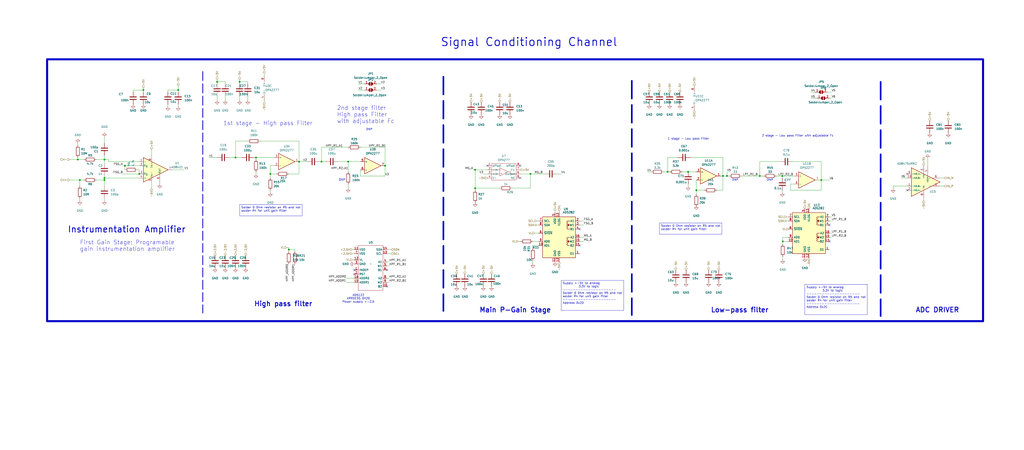
<source format=kicad_sch>
(kicad_sch (version 20231120) (generator "eeschema") (generator_version "8.0")
  (paper "User" 635 279.4)
  (junction (at 509.27 111.76))
  (junction (at 294.64 116.84))
  (junction (at 86.36 107.95))
  (junction (at 185.42 100.33))
  (junction (at 238.76 102.87))
  (junction (at 110.49 55.88))
  (junction (at 199.39 100.33))
  (junction (at 148.59 50.8))
  (junction (at 48.26 99.06))
  (junction (at 215.9 100.33))
  (junction (at 134.62 50.8))
  (junction (at 294.64 105.41))
  (junction (at 64.77 110.49))
  (junction (at 64.77 111.76))
  (junction (at 167.64 107.95))
  (junction (at 426.72 106.68))
  (junction (at 88.9 55.88))
  (junction (at 414.02 106.68))
  (junction (at 450.85 109.22))
  (junction (at 179.07 154.94))
  (junction (at 471.17 109.22))
  (junction (at 485.14 109.22))
  (junction (at 64.77 99.06))
  (junction (at 146.05 97.79))
  (junction (at 49.53 111.76))
  (junction (at 158.75 97.79))
  (junction (at 328.93 107.95))
  (junction (at 448.31 109.22))
  (junction (at 485.394 149.86))
  (junction (at 77.47 102.87))
  (junction (at 431.8 118.11))
  (no_connect (at 562.61 107.95))
  (no_connect (at 322.58 110.49))
  (no_connect (at 562.61 118.11))
  (no_connect (at 514.35 139.7))
  (no_connect (at 359.41 152.4))
  (no_connect (at 302.26 102.87))
  (no_connect (at 359.41 142.24))
  (no_connect (at 240.03 167.64))
  (no_connect (at 514.35 149.86))
  (no_connect (at 240.03 177.8))
  (no_connect (at 322.58 102.87))
  (no_connect (at 219.71 170.18))
  (no_connect (at 219.71 167.64))
  (wire (pts (xy 509.27 111.76) (xy 508 111.76)))
  (wire (pts (xy 361.95 147.32) (xy 359.41 147.32)))
  (wire (pts (xy 321.31 149.86) (xy 322.834 149.86)))
  (wire (pts (xy 431.8 118.11) (xy 436.88 118.11)))
  (wire (pts (xy 431.8 111.76) (xy 431.8 118.11)))
  (wire (pts (xy 509.27 111.76) (xy 514.35 111.76)))
  (wire (pts (xy 185.42 100.33) (xy 190.5 100.33)))
  (wire (pts (xy 585.47 115.57) (xy 582.93 115.57)))
  (wire (pts (xy 487.68 137.16) (xy 488.95 137.16)))
  (wire (pts (xy 223.52 91.44) (xy 238.76 91.44)))
  (wire (pts (xy 48.26 88.9) (xy 48.26 90.17)))
  (wire (pts (xy 167.64 102.87) (xy 167.64 107.95)))
  (wire (pts (xy 485.394 151.638) (xy 485.394 149.86)))
  (wire (pts (xy 179.07 153.67) (xy 179.07 154.94)))
  (wire (pts (xy 426.72 115.57) (xy 426.72 114.3)))
  (wire (pts (xy 347.98 107.95) (xy 345.44 107.95)))
  (wire (pts (xy 153.67 62.23) (xy 153.67 59.69)))
  (wire (pts (xy 572.77 123.19) (xy 572.77 124.46)))
  (wire (pts (xy 153.67 87.63) (xy 146.05 87.63)))
  (wire (pts (xy 182.88 154.94) (xy 179.07 154.94)))
  (wire (pts (xy 214.63 175.26) (xy 219.71 175.26)))
  (wire (pts (xy 215.9 91.44) (xy 199.39 91.44)))
  (wire (pts (xy 43.18 99.06) (xy 48.26 99.06)))
  (wire (pts (xy 222.25 52.07) (xy 226.06 52.07)))
  (wire (pts (xy 509.27 111.76) (xy 509.27 118.11)))
  (wire (pts (xy 444.5 118.11) (xy 448.31 118.11)))
  (polyline (pts (xy 274.955 47.625) (xy 274.955 193.04)) (stroke (width 1) (type dash)))
  (wire (pts (xy 346.71 130.81) (xy 346.71 132.08)))
  (wire (pts (xy 88.9 55.88) (xy 88.9 57.15)))
  (wire (pts (xy 330.454 154.178) (xy 330.454 152.4)))
  (wire (pts (xy 218.44 161.29) (xy 219.71 161.29)))
  (wire (pts (xy 485.394 147.32) (xy 485.394 149.86)))
  (wire (pts (xy 59.69 111.76) (xy 64.77 111.76)))
  (wire (pts (xy 471.17 100.33) (xy 471.17 109.22)))
  (wire (pts (xy 218.44 157.48) (xy 219.71 157.48)))
  (wire (pts (xy 515.62 137.16) (xy 514.35 137.16)))
  (wire (pts (xy 450.85 106.68) (xy 450.85 109.22)))
  (wire (pts (xy 179.07 107.95) (xy 185.42 107.95)))
  (wire (pts (xy 328.93 116.84) (xy 328.93 107.95)))
  (wire (pts (xy 294.64 105.41) (xy 302.26 105.41)))
  (wire (pts (xy 185.42 87.63) (xy 185.42 100.33)))
  (wire (pts (xy 82.55 55.88) (xy 88.9 55.88)))
  (wire (pts (xy 515.62 134.62) (xy 514.35 134.62)))
  (wire (pts (xy 179.07 154.94) (xy 179.07 156.21)))
  (wire (pts (xy 427.99 97.79) (xy 448.31 97.79)))
  (wire (pts (xy 236.22 52.07) (xy 233.68 52.07)))
  (wire (pts (xy 185.42 100.33) (xy 185.42 107.95)))
  (wire (pts (xy 403.86 106.68) (xy 401.32 106.68)))
  (wire (pts (xy 330.454 152.4) (xy 334.01 152.4)))
  (wire (pts (xy 238.76 91.44) (xy 238.76 102.87)))
  (wire (pts (xy 294.64 116.84) (xy 294.64 105.41)))
  (wire (pts (xy 76.2 102.87) (xy 77.47 102.87)))
  (wire (pts (xy 93.98 92.71) (xy 93.98 97.79)))
  (wire (pts (xy 139.7 52.07) (xy 139.7 50.8)))
  (wire (pts (xy 331.47 144.78) (xy 334.01 144.78)))
  (wire (pts (xy 146.05 87.63) (xy 146.05 97.79)))
  (wire (pts (xy 64.77 85.09) (xy 64.77 88.9)))
  (wire (pts (xy 49.53 111.76) (xy 49.53 115.57)))
  (wire (pts (xy 509.27 100.33) (xy 509.27 111.76)))
  (wire (pts (xy 506.73 60.96) (xy 502.92 60.96)))
  (wire (pts (xy 177.8 153.67) (xy 179.07 153.67)))
  (wire (pts (xy 481.33 109.22) (xy 485.14 109.22)))
  (wire (pts (xy 148.59 50.8) (xy 153.67 50.8)))
  (wire (pts (xy 241.3 162.56) (xy 240.03 162.56)))
  (wire (pts (xy 64.77 99.06) (xy 64.77 101.6)))
  (wire (pts (xy 448.31 97.79) (xy 448.31 109.22)))
  (wire (pts (xy 414.02 97.79) (xy 414.02 106.68)))
  (wire (pts (xy 64.77 109.22) (xy 64.77 110.49)))
  (wire (pts (xy 450.85 109.22) (xy 448.31 109.22)))
  (wire (pts (xy 85.09 105.41) (xy 86.36 105.41)))
  (wire (pts (xy 104.14 55.88) (xy 110.49 55.88)))
  (wire (pts (xy 110.49 53.34) (xy 110.49 55.88)))
  (wire (pts (xy 299.72 107.95) (xy 302.26 107.95)))
  (wire (pts (xy 491.49 100.33) (xy 509.27 100.33)))
  (wire (pts (xy 158.75 97.79) (xy 170.18 97.79)))
  (wire (pts (xy 294.64 116.84) (xy 309.88 116.84)))
  (wire (pts (xy 158.75 107.95) (xy 158.75 106.68)))
  (wire (pts (xy 48.26 99.06) (xy 52.07 99.06)))
  (wire (pts (xy 332.74 137.16) (xy 334.01 137.16)))
  (wire (pts (xy 49.53 111.76) (xy 52.07 111.76)))
  (wire (pts (xy 222.25 55.88) (xy 226.06 55.88)))
  (wire (pts (xy 485.394 149.86) (xy 488.95 149.86)))
  (wire (pts (xy 163.83 45.72) (xy 163.83 46.99)))
  (wire (pts (xy 485.14 109.22) (xy 485.14 110.49)))
  (wire (pts (xy 104.14 57.15) (xy 104.14 55.88)))
  (wire (pts (xy 459.74 109.22) (xy 471.17 109.22)))
  (wire (pts (xy 182.88 156.21) (xy 182.88 154.94)))
  (wire (pts (xy 167.64 107.95) (xy 171.45 107.95)))
  (wire (pts (xy 64.77 111.76) (xy 64.77 115.57)))
  (wire (pts (xy 82.55 57.15) (xy 82.55 55.88)))
  (wire (pts (xy 414.02 97.79) (xy 420.37 97.79)))
  (wire (pts (xy 43.18 111.76) (xy 49.53 111.76)))
  (wire (pts (xy 142.24 97.79) (xy 146.05 97.79)))
  (wire (pts (xy 158.75 97.79) (xy 158.75 99.06)))
  (wire (pts (xy 86.36 105.41) (xy 86.36 107.95)))
  (wire (pts (xy 293.37 105.41) (xy 294.64 105.41)))
  (wire (pts (xy 485.14 109.22) (xy 492.76 109.22)))
  (wire (pts (xy 209.55 100.33) (xy 215.9 100.33)))
  (wire (pts (xy 110.49 64.77) (xy 110.49 66.04)))
  (wire (pts (xy 223.52 105.41) (xy 223.52 109.22)))
  (wire (pts (xy 294.64 116.84) (xy 294.64 118.11)))
  (wire (pts (xy 199.39 91.44) (xy 199.39 100.33)))
  (wire (pts (xy 139.7 62.23) (xy 139.7 59.69)))
  (wire (pts (xy 447.04 109.22) (xy 448.31 109.22)))
  (wire (pts (xy 134.62 50.8) (xy 134.62 52.07)))
  (wire (pts (xy 223.52 109.22) (xy 238.76 109.22)))
  (wire (pts (xy 129.54 97.79) (xy 134.62 97.79)))
  (wire (pts (xy 448.31 118.11) (xy 448.31 109.22)))
  (wire (pts (xy 88.9 54.61) (xy 88.9 55.88)))
  (wire (pts (xy 332.74 139.7) (xy 334.01 139.7)))
  (wire (pts (xy 86.36 100.33) (xy 67.31 100.33)))
  (wire (pts (xy 134.62 49.53) (xy 134.62 50.8)))
  (wire (pts (xy 214.63 172.72) (xy 219.71 172.72)))
  (wire (pts (xy 490.22 114.3) (xy 490.22 118.11)))
  (wire (pts (xy 64.77 123.19) (xy 64.77 124.46)))
  (wire (pts (xy 515.62 60.96) (xy 514.35 60.96)))
  (wire (pts (xy 515.62 147.32) (xy 514.35 147.32)))
  (wire (pts (xy 77.47 102.87) (xy 77.47 105.41)))
  (wire (pts (xy 49.53 124.46) (xy 49.53 123.19)))
  (wire (pts (xy 240.03 165.1) (xy 241.3 165.1)))
  (wire (pts (xy 411.48 106.68) (xy 414.02 106.68)))
  (wire (pts (xy 361.95 137.16) (xy 359.41 137.16)))
  (wire (pts (xy 422.91 106.68) (xy 426.72 106.68)))
  (wire (pts (xy 163.83 63.5) (xy 163.83 62.23)))
  (wire (pts (xy 515.62 144.78) (xy 514.35 144.78)))
  (wire (pts (xy 134.62 62.23) (xy 134.62 59.69)))
  (wire (pts (xy 86.36 102.87) (xy 77.47 102.87)))
  (wire (pts (xy 344.17 130.81) (xy 344.17 132.08)))
  (wire (pts (xy 93.98 113.03) (xy 93.98 116.84)))
  (wire (pts (xy 146.05 97.79) (xy 149.86 97.79)))
  (wire (pts (xy 317.5 116.84) (xy 328.93 116.84)))
  (wire (pts (xy 153.67 52.07) (xy 153.67 50.8)))
  (wire (pts (xy 485.14 118.11) (xy 485.14 119.38)))
  (polyline (pts (xy 391.795 50.165) (xy 391.795 195.58)) (stroke (width 1) (type dash)))
  (wire (pts (xy 485.394 161.036) (xy 485.394 159.258)))
  (wire (pts (xy 238.76 109.22) (xy 238.76 102.87)))
  (wire (pts (xy 492.76 114.3) (xy 490.22 114.3)))
  (wire (pts (xy 170.18 102.87) (xy 167.64 102.87)))
  (wire (pts (xy 215.9 100.33) (xy 215.9 106.68)))
  (wire (pts (xy 562.61 115.57) (xy 553.847 115.57)))
  (polyline (pts (xy 125.73 44.45) (xy 125.73 194.31)) (stroke (width 0.508) (type dash)))
  (wire (pts (xy 488.95 147.32) (xy 485.394 147.32)))
  (polyline (pts (xy 546.1 50.8) (xy 546.1 196.215)) (stroke (width 1) (type dash)))
  (wire (pts (xy 110.49 55.88) (xy 110.49 57.15)))
  (wire (pts (xy 585.47 110.49) (xy 582.93 110.49)))
  (wire (pts (xy 64.77 110.49) (xy 64.77 111.76)))
  (wire (pts (xy 334.01 149.86) (xy 330.454 149.86)))
  (wire (pts (xy 148.59 62.23) (xy 148.59 59.69)))
  (wire (pts (xy 59.69 99.06) (xy 64.77 99.06)))
  (wire (pts (xy 471.17 100.33) (xy 483.87 100.33)))
  (wire (pts (xy 490.22 118.11) (xy 509.27 118.11)))
  (wire (pts (xy 161.29 87.63) (xy 185.42 87.63)))
  (wire (pts (xy 99.06 114.3) (xy 99.06 113.03)))
  (wire (pts (xy 215.9 100.33) (xy 223.52 100.33)))
  (wire (pts (xy 361.95 149.86) (xy 359.41 149.86)))
  (wire (pts (xy 241.3 172.72) (xy 240.03 172.72)))
  (wire (pts (xy 199.39 100.33) (xy 201.93 100.33)))
  (wire (pts (xy 198.12 100.33) (xy 199.39 100.33)))
  (wire (pts (xy 104.14 64.77) (xy 104.14 66.04)))
  (wire (pts (xy 67.31 100.33) (xy 67.31 99.06)))
  (wire (pts (xy 322.58 107.95) (xy 328.93 107.95)))
  (wire (pts (xy 167.64 118.11) (xy 167.64 119.38)))
  (wire (pts (xy 139.7 50.8) (xy 134.62 50.8)))
  (wire (pts (xy 431.8 118.11) (xy 431.8 120.65)))
  (wire (pts (xy 431.8 128.27) (xy 431.8 127.635)))
  (wire (pts (xy 330.454 163.576) (xy 330.454 161.798)))
  (wire (pts (xy 487.68 134.62) (xy 488.95 134.62)))
  (wire (pts (xy 76.2 107.95) (xy 86.36 107.95)))
  (wire (pts (xy 167.64 107.95) (xy 167.64 110.49)))
  (wire (pts (xy 450.85 109.22) (xy 452.12 109.22)))
  (wire (pts (xy 553.847 115.57) (xy 553.847 116.967)))
  (wire (pts (xy 67.31 99.06) (xy 64.77 99.06)))
  (wire (pts (xy 80.5637 99.949) (xy 80.5637 100.8596)))
  (wire (pts (xy 64.77 96.52) (xy 64.77 99.06)))
  (wire (pts (xy 558.8 110.49) (xy 562.61 110.49)))
  (wire (pts (xy 106.68 105.41) (xy 114.3 105.41)))
  (wire (pts (xy 157.48 97.79) (xy 158.75 97.79)))
  (wire (pts (xy 241.3 175.26) (xy 240.03 175.26)))
  (wire (pts (xy 328.93 107.95) (xy 337.82 107.95)))
  (wire (pts (xy 515.62 57.15) (xy 513.08 57.15)))
  (wire (pts (xy 148.59 50.8) (xy 148.59 52.07)))
  (wire (pts (xy 148.59 49.53) (xy 148.59 50.8)))
  (wire (pts (xy 426.72 106.68) (xy 431.8 106.68)))
  (wire (pts (xy 64.77 110.49) (xy 86.36 110.49)))
  (wire (pts (xy 505.46 57.15) (xy 502.92 57.15)))
  (wire (pts (xy 242.57 154.94) (xy 240.03 154.94)))
  (wire (pts (xy 215.9 114.3) (xy 215.9 116.84)))
  (wire (pts (xy 361.95 139.7) (xy 359.41 139.7)))
  (wire (pts (xy 415.29 106.68) (xy 414.02 106.68)))
  (wire (pts (xy 471.17 109.22) (xy 473.71 109.22)))
  (wire (pts (xy 218.44 154.94) (xy 219.71 154.94)))
  (wire (pts (xy 233.68 55.88) (xy 236.22 55.88)))
  (wire (pts (xy 48.26 97.79) (xy 48.26 99.06)))
  (wire (pts (xy 575.31 98.552) (xy 575.31 102.87)))
  (wire (pts (xy 242.57 157.48) (xy 240.03 157.48)))
  (rectangle (start 29.21 36.83) (end 609.6 199.39) (stroke (width 1.27)))
  (text_box "Solder 0 Ohm resistor on R5 and not solder R4 for unit gain filter" (at 408.94 138.43 0) (size 38.735 6.985) (effects (font (size 1.27 1.27)) (justify left top)))
  (text_box "Solder 0 Ohm resistor on R5 and not solder R4 for unit gain filter" (at 148.59 127 0) (size 38.735 6.985) (effects (font (size 1.27 1.27)) (justify left top)))
  (text_box "Supply +-5V to analog\n		3.3V to logic\n---------------------\nSolder 0 Ohm resistor on R5 and not solder R4 for unit gain filter\n---------------------\nAddress 0x2D		" (at 347.98 173.99 0) (size 38.735 18.796) (effects (font (size 1.27 1.27)) (justify left top)))
  (text_box "Supply +-5V to analog\n		3.3V to logic\n---------------------\nSolder 0 Ohm resistor on R5 and not solder R4 for unit gain filter\n---------------------\nAddress 0x2C		" (at 499.11 176.53 0) (size 38.735 18.796) (effects (font (size 1.27 1.27)) (justify left top)))
  (text "2nd stage filter\nHigh pass Filter\nwith adjustable Fc" (at 208.915 76.835 0) (effects (font (size 2.54 2.54)) (justify left bottom)))
  (text "Instrumentation Amplifier\n" (at 41.91 144.78 0) (effects (font (size 3.81 3.81) (thickness 0.5) (bold yes)) (justify left bottom)))
  (text "DNP" (at 212.09 111.76 0) (effects (font (size 1.27 1.27))))
  (text "ADC DRIVER" (at 567.69 194.31 0) (effects (font (size 3 3) (thickness 0.5) (bold yes)) (justify left bottom)))
  (text "AD5122\nARRDESS 0X20\nPower supply +-2.5" (at 222.25 185.42 0) (effects (font (size 1.27 1.27))))
  (text "DNP" (at 477.52 111.76 0) (effects (font (size 1.27 1.27))))
  (text "Low-pass filter" (at 440.69 194.31 0) (effects (font (size 3 3) (thickness 0.5) (bold yes)) (justify left bottom)))
  (text "2 stage - Low pass Filter with adjustable Fc" (at 472.44 85.09 0) (effects (font (size 1.27 1.27)) (justify left bottom)))
  (text "1 stage - Low pass Filter" (at 414.02 86.995 0) (effects (font (size 1.27 1.27)) (justify left bottom)))
  (text "First Gain Stage: Programable\ngain instrumentation amplifier\n" (at 49.53 156.21 0) (effects (font (size 2.54 2.54)) (justify left bottom)))
  (text "Signal Conditioning Channel" (at 273.05 29.21 0) (effects (font (size 5.08 5.08) (thickness 0.5) (bold yes)) (justify left bottom)))
  (text "DNP" (at 228.981 80.391 0) (effects (font (size 1.27 1.27))))
  (text "DNP" (at 455.93 111.76 0) (effects (font (size 1.27 1.27))))
  (text "1st stage - High pass Filter" (at 138.43 78.105 0) (effects (font (size 2.5 2.5)) (justify left bottom)))
  (text "Main P-Gain Stage" (at 297.18 194.31 0) (effects (font (size 3 3) (thickness 0.5) (bold yes)) (justify left bottom)))
  (text "High pass filter" (at 157.48 190.5 0) (effects (font (size 3 3) (thickness 0.5) (bold yes)) (justify left bottom)))
  (label "V2" (at 222.25 55.88 0))
  (label "LPF_R1_B" (at 515.62 137.16 0))
  (label "HPF_R2_A1" (at 215.9 105.41 180))
  (label "LPF_R1_B" (at 515.62 144.78 0))
  (label "LPF_R2_B" (at 515.62 147.32 0))
  (label "MG_B" (at 361.95 149.86 0))
  (label "HPF_R1_B1" (at 241.3 165.1 0))
  (label "V6" (at 558.8 110.49 0))
  (label "V3" (at 299.72 107.95 180))
  (label "HPF_R2_A1" (at 241.3 172.72 0))
  (label "HPF_R1_B1" (at 228.6 91.44 0))
  (label "V2" (at 187.96 100.33 0))
  (label "MG_A" (at 293.37 105.41 180))
  (label "V4" (at 347.98 107.95 0))
  (label "MG_B" (at 336.55 107.95 180))
  (label "V5" (at 515.62 57.15 0))
  (label "HPF_R1_A1" (at 241.3 162.56 0))
  (label "HPF_ADDR0" (at 179.07 163.83 270))
  (label "FSG_A" (at 76.2 102.87 180))
  (label "V5" (at 450.85 106.68 0))
  (label "HPF_ADDR0" (at 214.63 172.72 180))
  (label "V1" (at 114.3 105.41 0))
  (label "V3" (at 236.22 55.88 0))
  (label "HPF_R2_B1" (at 241.3 175.26 0))
  (label "V4" (at 502.92 57.15 0))
  (label "V6" (at 515.62 60.96 0))
  (label "V1" (at 222.25 52.07 0))
  (label "V2" (at 236.22 52.07 0))
  (label "HPF_ADDR1" (at 182.88 163.83 270))
  (label "LPF_R1_B" (at 469.9 109.22 180))
  (label "FSG_B" (at 76.2 107.95 180))
  (label "LPF_R2_B" (at 482.6 109.22 0))
  (label "FSG_B" (at 361.95 139.7 0))
  (label "V3" (at 238.76 109.22 0))
  (label "V6" (at 514.35 111.76 0))
  (label "MG_A" (at 361.95 147.32 0))
  (label "HPF_ADDR1" (at 214.63 175.26 180))
  (label "V5" (at 502.92 60.96 0))
  (label "V4" (at 401.32 106.68 0))
  (label "FSG_A" (at 361.95 137.16 0))
  (label "V1" (at 129.54 97.79 0))
  (label "V5" (at 515.62 134.62 0))
  (label "HPF_R1_A1" (at 201.93 91.44 0))
  (hierarchical_label "SDA" (shape input) (at 242.57 154.94 0))
  (hierarchical_label "+5V" (shape input) (at 292.1 63.5 90))
  (hierarchical_label "-2.5V" (shape input) (at 152.4 158.75 90))
  (hierarchical_label "-5V" (shape input) (at 439.42 167.64 90))
  (hierarchical_label "+5V" (shape input) (at 430.53 53.34 90))
  (hierarchical_label "+5V" (shape input) (at 425.45 167.64 90))
  (hierarchical_label "+5V" (shape input) (at 445.77 167.64 90))
  (hierarchical_label "-5V" (shape input) (at 304.8 170.18 90))
  (hierarchical_label "+5V" (shape input) (at 344.17 130.81 90))
  (hierarchical_label "-5V" (shape input) (at 309.88 63.5 90))
  (hierarchical_label "+5V" (shape input) (at 283.21 170.18 90))
  (hierarchical_label "+5V" (shape input) (at 134.62 49.53 90))
  (hierarchical_label "+5V" (shape input) (at 499.11 129.54 90))
  (hierarchical_label "IN_P" (shape input) (at 585.47 115.57 0))
  (hierarchical_label "+5V" (shape input) (at 572.77 102.87 90))
  (hierarchical_label "CH-" (shape input) (at 43.18 99.06 180))
  (hierarchical_label "+2.5V" (shape input) (at 146.05 158.75 90))
  (hierarchical_label "VL" (shape input) (at 488.95 142.24 180))
  (hierarchical_label "-5V" (shape input) (at 501.65 160.02 270))
  (hierarchical_label "+5V" (shape input) (at 93.98 92.71 90))
  (hierarchical_label "+5V" (shape input) (at 415.29 57.15 90))
  (hierarchical_label "-5V" (shape input) (at 163.83 63.5 270))
  (hierarchical_label "+5V" (shape input) (at 299.72 170.18 90))
  (hierarchical_label "-5V" (shape input) (at 93.98 116.84 270))
  (hierarchical_label "-5V" (shape input) (at 421.64 57.15 90))
  (hierarchical_label "VL" (shape input) (at 501.65 129.54 90))
  (hierarchical_label "+5V" (shape input) (at 298.45 63.5 90))
  (hierarchical_label "VL" (shape input) (at 177.8 153.67 180))
  (hierarchical_label "-5V" (shape input) (at 588.01 74.93 90))
  (hierarchical_label "VL" (shape input) (at 331.47 144.78 180))
  (hierarchical_label "-5V" (shape input) (at 419.1 167.64 90))
  (hierarchical_label "SDA" (shape bidirectional) (at 332.74 139.7 180))
  (hierarchical_label "-5V" (shape input) (at 346.71 162.56 270))
  (hierarchical_label "+5V" (shape input) (at 163.83 45.72 90))
  (hierarchical_label "SCL" (shape input) (at 242.57 157.48 0))
  (hierarchical_label "+5V" (shape input) (at 576.58 74.93 90))
  (hierarchical_label "CH+" (shape input) (at 43.18 111.76 180))
  (hierarchical_label "+5V" (shape input) (at 322.58 105.41 0))
  (hierarchical_label "+2.5V" (shape input) (at 133.35 158.75 90))
  (hierarchical_label "-5V" (shape input) (at 302.26 110.49 180))
  (hierarchical_label "-2.5V" (shape input) (at 218.44 157.48 180))
  (hierarchical_label "+5V" (shape input) (at 402.59 57.15 90))
  (hierarchical_label "-2.5V" (shape input) (at 139.7 158.75 90))
  (hierarchical_label "VL" (shape input) (at 218.44 161.29 180))
  (hierarchical_label "VL" (shape input) (at 346.71 130.81 90))
  (hierarchical_label "+5V" (shape input) (at 88.9 54.61 90))
  (hierarchical_label "-5V" (shape input) (at 110.49 53.34 90))
  (hierarchical_label "VL" (shape input) (at 321.31 149.86 180))
  (hierarchical_label "+2.5V" (shape input) (at 218.44 154.94 180))
  (hierarchical_label "SCL" (shape input) (at 487.68 134.62 180))
  (hierarchical_label "-5V" (shape input) (at 572.77 124.46 270))
  (hierarchical_label "SDA" (shape bidirectional) (at 487.68 137.16 180))
  (hierarchical_label "IN_N" (shape input) (at 585.47 110.49 0))
  (hierarchical_label "-5V" (shape input) (at 430.53 68.58 270))
  (hierarchical_label "-5V" (shape input) (at 316.23 63.5 90))
  (hierarchical_label "SCL" (shape input) (at 332.74 137.16 180))
  (hierarchical_label "-5V" (shape input) (at 408.94 57.15 90))
  (hierarchical_label "-5V" (shape input) (at 148.59 49.53 90))
  (hierarchical_label "-5V" (shape input) (at 288.29 170.18 90))
  (symbol (lib_id "Device:R") (at 294.64 121.92 180) (unit 1)
    (property "Reference" "R27" (at 296.545 120.65 0) (effects (justify right)))
    (property "Value" "1k" (at 296.545 123.19 0) (effects (justify right)))
    (property "Footprint" "Resistor_SMD:R_0603_1608Metric" (effects (hide yes)))
    (instances (project "EEG_board" (path "" (reference "R27") (unit 1)) (path "" (reference "R135") (unit 1)) (path "" (reference "R111") (unit 1)) (path "" (reference "R87") (unit 1)) (path "" (reference "R28") (unit 1)) (path "" (reference "R159") (unit 1))))
  )
  (symbol (lib_id "power:GND") (at 64.77 85.09 180) (unit 1)
    (property "Reference" "#PWR05" (effects (hide yes)))
    (property "Value" "GND" (at 64.77 78.74 0))
    (instances (project "EEG_board" (path "" (reference "#PWR05") (unit 1)) (path "" (reference "#PWR0243") (unit 1)) (path "" (reference "#PWR0194") (unit 1)) (path "" (reference "#PWR0145") (unit 1)) (path "" (reference "#PWR08") (unit 1)) (path "" (reference "#PWR0292") (unit 1))))
  )
  (symbol (lib_id "Device:C") (at 146.05 162.56 0) (unit 1)
    (property "Reference" "C25" (at 142.24 160.02 0) (effects (justify left)))
    (property "Value" "100n" (at 140.97 165.1 0) (effects (justify left)))
    (property "Footprint" "Capacitor_SMD:C_0603_1608Metric" (effects (hide yes)))
    (instances (project "EEG_board" (path "" (reference "C25") (unit 1)) (path "" (reference "C204") (unit 1)) (path "" (reference "C162") (unit 1)) (path "" (reference "C120") (unit 1)) (path "" (reference "C30") (unit 1)) (path "" (reference "C246") (unit 1))))
  )
  (symbol (lib_id "Jumper:SolderJumper_2_Open") (at 510.54 60.96 0) (unit 1)
    (property "Reference" "JP6" (at 510.54 54.61 0))
    (property "Value" "SolderJumper_2_Open" (at 511.81 63.5 0))
    (property "Footprint" "Jumper:SolderJumper-2_P1.3mm_Open_RoundedPad1.0x1.5mm" (effects (hide yes)))
    (instances (project "EEG_board" (path "" (reference "JP6") (unit 1)) (path "" (reference "JP20") (unit 1)) (path "" (reference "JP16") (unit 1)) (path "" (reference "JP12") (unit 1)) (path "" (reference "JP8") (unit 1)) (path "" (reference "JP24") (unit 1))))
  )
  (symbol (lib_id "power:GND") (at 139.7 62.23 0) (unit 1)
    (property "Reference" "#PWR023" (effects (hide yes)))
    (property "Value" "GND" (at 139.7 68.58 0))
    (instances (project "EEG_board" (path "" (reference "#PWR023") (unit 1)) (path "" (reference "#PWR0252") (unit 1)) (path "" (reference "#PWR0203") (unit 1)) (path "" (reference "#PWR0154") (unit 1)) (path "" (reference "#PWR028") (unit 1)) (path "" (reference "#PWR0301") (unit 1))))
  )
  (symbol (lib_id "Device:C") (at 588.01 78.74 0) (unit 1)
    (property "Reference" "C83" (at 591.82 77.47 0) (effects (justify left)))
    (property "Value" "100n" (at 591.82 80.01 0) (effects (justify left)))
    (property "Footprint" "Capacitor_SMD:C_0603_1608Metric" (effects (hide yes)))
    (instances (project "EEG_board" (path "" (reference "C83") (unit 1)) (path "" (reference "C233") (unit 1)) (path "" (reference "C191") (unit 1)) (path "" (reference "C149") (unit 1)) (path "" (reference "C84") (unit 1)) (path "" (reference "C275") (unit 1))))
  )
  (symbol (lib_id "Device:R") (at 440.69 118.11 90) (unit 1)
    (property "Reference" "R41" (at 440.69 111.76 90))
    (property "Value" "20k" (at 440.69 114.3 90))
    (property "Footprint" "Resistor_SMD:R_0603_1608Metric" (effects (hide yes)))
    (instances (project "EEG_board" (path "" (reference "R41") (unit 1)) (path "" (reference "R142") (unit 1)) (path "" (reference "R118") (unit 1)) (path "" (reference "R94") (unit 1)) (path "" (reference "R42") (unit 1)) (path "" (reference "R166") (unit 1))))
  )
  (symbol (lib_id "Device:R") (at 157.48 87.63 90) (unit 1)
    (property "Reference" "R11" (at 157.48 81.28 90))
    (property "Value" "160k" (at 157.48 83.82 90))
    (property "Footprint" "Resistor_SMD:R_0603_1608Metric" (effects (hide yes)))
    (instances (project "EEG_board" (path "" (reference "R11") (unit 1)) (path "" (reference "R127") (unit 1)) (path "" (reference "R103") (unit 1)) (path "" (reference "R79") (unit 1)) (path "" (reference "R16") (unit 1)) (path "" (reference "R151") (unit 1))))
  )
  (symbol (lib_id "Device:R") (at 485.394 155.448 180) (unit 1)
    (property "Reference" "R47" (at 487.934 154.178 0) (effects (justify right)))
    (property "Value" "10k" (at 487.934 156.718 0) (effects (justify right)))
    (property "Footprint" "Resistor_SMD:R_0603_1608Metric" (effects (hide yes)))
    (instances (project "EEG_board" (path "" (reference "R47") (unit 1)) (path "" (reference "R145") (unit 1)) (path "" (reference "R121") (unit 1)) (path "" (reference "R97") (unit 1)) (path "" (reference "R48") (unit 1)) (path "" (reference "R169") (unit 1))))
  )
  (symbol (lib_id "Amplifier_Operational:OPA2277") (at 177.8 100.33 0) (unit 1)
    (property "Reference" "U3" (at 177.8 90.805 0))
    (property "Value" "OPA2277" (at 177.8 93.345 0))
    (property "Footprint" "Package_SO:SOIC-8_3.9x4.9mm_P1.27mm" (effects (hide yes)))
    (property "Datasheet" "https://www.ti.com/lit/ds/symlink/opa2277.pdf" (effects (hide yes)))
    (instances (project "EEG_board" (path "" (reference "U3") (unit 1)) (path "" (reference "U41") (unit 1)) (path "" (reference "U33") (unit 1)) (path "" (reference "U25") (unit 1)) (path "" (reference "U4") (unit 1)) (path "" (reference "U49") (unit 1))))
  )
  (symbol (lib_id "power:GND") (at 415.29 64.77 0) (unit 1)
    (property "Reference" "#PWR069" (effects (hide yes)))
    (property "Value" "GND" (at 415.29 71.12 0))
    (instances (project "EEG_board" (path "" (reference "#PWR069") (unit 1)) (path "" (reference "#PWR0275") (unit 1)) (path "" (reference "#PWR0226") (unit 1)) (path "" (reference "#PWR0177") (unit 1)) (path "" (reference "#PWR072") (unit 1)) (path "" (reference "#PWR0324") (unit 1))))
  )
  (symbol (lib_id "power:GND") (at 304.8 177.8 0) (unit 1)
    (property "Reference" "#PWR055" (effects (hide yes)))
    (property "Value" "GND" (at 304.8 184.15 0))
    (instances (project "EEG_board" (path "" (reference "#PWR055") (unit 1)) (path "" (reference "#PWR0268") (unit 1)) (path "" (reference "#PWR0219") (unit 1)) (path "" (reference "#PWR0170") (unit 1)) (path "" (reference "#PWR054") (unit 1)) (path "" (reference "#PWR0317") (unit 1))))
  )
  (symbol (lib_id "power:GND") (at 426.72 115.57 0) (unit 1)
    (property "Reference" "#PWR077" (effects (hide yes)))
    (property "Value" "GND" (at 426.72 121.92 0))
    (instances (project "EEG_board" (path "" (reference "#PWR077") (unit 1)) (path "" (reference "#PWR0279") (unit 1)) (path "" (reference "#PWR0230") (unit 1)) (path "" (reference "#PWR0181") (unit 1)) (path "" (reference "#PWR070") (unit 1)) (path "" (reference "#PWR0328") (unit 1))))
  )
  (symbol (lib_id "Device:C") (at 134.62 55.88 180) (unit 1)
    (property "Reference" "C17" (at 130.81 53.34 0) (effects (justify right)))
    (property "Value" "10u" (at 130.81 58.42 0) (effects (justify right)))
    (property "Footprint" "Capacitor_SMD:C_0805_2012Metric" (effects (hide yes)))
    (instances (project "EEG_board" (path "" (reference "C17") (unit 1)) (path "" (reference "C200") (unit 1)) (path "" (reference "C158") (unit 1)) (path "" (reference "C116") (unit 1)) (path "" (reference "C16") (unit 1)) (path "" (reference "C242") (unit 1))))
  )
  (symbol (lib_id "power:GND") (at 148.59 62.23 0) (unit 1)
    (property "Reference" "#PWR029" (effects (hide yes)))
    (property "Value" "GND" (at 148.59 68.58 0))
    (instances (project "EEG_board" (path "" (reference "#PWR029") (unit 1)) (path "" (reference "#PWR0255") (unit 1)) (path "" (reference "#PWR0206") (unit 1)) (path "" (reference "#PWR0157") (unit 1)) (path "" (reference "#PWR032") (unit 1)) (path "" (reference "#PWR0304") (unit 1))))
  )
  (symbol (lib_id "Jumper:SolderJumper_2_Open") (at 509.27 57.15 0) (unit 1)
    (property "Reference" "JP5" (at 509.27 50.8 0))
    (property "Value" "SolderJumper_2_Open" (at 509.27 53.34 0))
    (property "Footprint" "Jumper:SolderJumper-2_P1.3mm_Open_RoundedPad1.0x1.5mm" (effects (hide yes)))
    (instances (project "EEG_board" (path "" (reference "JP5") (unit 1)) (path "" (reference "JP19") (unit 1)) (path "" (reference "JP15") (unit 1)) (path "" (reference "JP11") (unit 1)) (path "" (reference "JP7") (unit 1)) (path "" (reference "JP23") (unit 1))))
  )
  (symbol (lib_id "power:GND") (at 553.847 116.967 0) (unit 1)
    (property "Reference" "#PWR091" (effects (hide yes)))
    (property "Value" "GND" (at 553.847 123.317 0))
    (instances (project "EEG_board" (path "" (reference "#PWR091") (unit 1)) (path "" (reference "#PWR0286") (unit 1)) (path "" (reference "#PWR0237") (unit 1)) (path "" (reference "#PWR0188") (unit 1)) (path "" (reference "#PWR092") (unit 1)) (path "" (reference "#PWR0335") (unit 1))))
  )
  (symbol (lib_id "Potentiometer_Digital:AD5282") (at 346.71 147.32 0) (unit 1)
    (property "Reference" "U9" (at 349.504 129.794 0) (effects (justify left)))
    (property "Value" "AD5282" (at 348.9041 131.826 0) (effects (justify left)))
    (property "Footprint" "Package_SO:TSSOP-16_4.4x5mm_P0.65mm" (effects (hide yes)))
    (property "Datasheet" "https://www.analog.com/media/en/technical-documentation/data-sheets/AD5280_5282.pdf" (effects (hide yes)))
    (property "Description" "Digital potentiometer, 256 position, dual output, I2C interface" (effects (hide yes)))
    (instances (project "EEG_board" (path "" (reference "U9") (unit 1)) (path "" (reference "U44") (unit 1)) (path "" (reference "U36") (unit 1)) (path "" (reference "U28") (unit 1)) (path "" (reference "U10") (unit 1)) (path "" (reference "U52") (unit 1))))
  )
  (symbol (lib_id "power:GND") (at 299.72 177.8 0) (unit 1)
    (property "Reference" "#PWR053" (effects (hide yes)))
    (property "Value" "GND" (at 299.72 184.15 0))
    (instances (project "EEG_board" (path "" (reference "#PWR053") (unit 1)) (path "" (reference "#PWR0267") (unit 1)) (path "" (reference "#PWR0218") (unit 1)) (path "" (reference "#PWR0169") (unit 1)) (path "" (reference "#PWR050") (unit 1)) (path "" (reference "#PWR0316") (unit 1))))
  )
  (symbol (lib_id "power:GND") (at 48.26 88.9 180) (unit 1)
    (property "Reference" "#PWR01" (effects (hide yes)))
    (property "Value" "GND" (at 48.26 83.82 0))
    (instances (project "EEG_board" (path "" (reference "#PWR01") (unit 1)) (path "" (reference "#PWR0241") (unit 1)) (path "" (reference "#PWR0192") (unit 1)) (path "" (reference "#PWR0143") (unit 1)) (path "" (reference "#PWR03") (unit 1)) (path "" (reference "#PWR0290") (unit 1))))
  )
  (symbol (lib_id "power:GND") (at 88.9 64.77 0) (unit 1)
    (property "Reference" "#PWR011" (effects (hide yes)))
    (property "Value" "GND" (at 88.9 68.58 0))
    (instances (project "EEG_board" (path "" (reference "#PWR011") (unit 1)) (path "" (reference "#PWR0246") (unit 1)) (path "" (reference "#PWR0197") (unit 1)) (path "" (reference "#PWR0148") (unit 1)) (path "" (reference "#PWR010") (unit 1)) (path "" (reference "#PWR0295") (unit 1))))
  )
  (symbol (lib_id "power:GND") (at 219.71 163.83 270) (unit 1)
    (property "Reference" "#PWR041" (effects (hide yes)))
    (property "Value" "GND" (at 216.408 163.8299 90) (effects (justify right)))
    (instances (project "EEG_board" (path "" (reference "#PWR041") (unit 1)) (path "" (reference "#PWR0261") (unit 1)) (path "" (reference "#PWR0212") (unit 1)) (path "" (reference "#PWR0163") (unit 1)) (path "" (reference "#PWR040") (unit 1)) (path "" (reference "#PWR0310") (unit 1))))
  )
  (symbol (lib_id "Device:R") (at 182.88 160.02 180) (unit 1)
    (property "Reference" "R21" (at 185.42 158.75 0) (effects (justify right)))
    (property "Value" "10k" (at 185.42 161.29 0) (effects (justify right)))
    (property "Footprint" "Resistor_SMD:R_0603_1608Metric" (effects (hide yes)))
    (instances (project "EEG_board" (path "" (reference "R21") (unit 1)) (path "" (reference "R132") (unit 1)) (path "" (reference "R108") (unit 1)) (path "" (reference "R84") (unit 1)) (path "" (reference "R22") (unit 1)) (path "" (reference "R156") (unit 1))))
  )
  (symbol (lib_id "Device:C") (at 419.1 171.45 0) (unit 1)
    (property "Reference" "C63" (at 414.02 168.91 0) (effects (justify left)))
    (property "Value" "10u" (at 414.02 173.99 0) (effects (justify left)))
    (property "Footprint" "Capacitor_SMD:C_0805_2012Metric" (effects (hide yes)))
    (instances (project "EEG_board" (path "" (reference "C63") (unit 1)) (path "" (reference "C223") (unit 1)) (path "" (reference "C181") (unit 1)) (path "" (reference "C139") (unit 1)) (path "" (reference "C70") (unit 1)) (path "" (reference "C265") (unit 1))))
  )
  (symbol (lib_id "Device:C") (at 148.59 55.88 0) (unit 1)
    (property "Reference" "C27" (at 148.59 53.34 0) (effects (justify left)))
    (property "Value" "100n" (at 148.59 58.42 0) (effects (justify left)))
    (property "Footprint" "Capacitor_SMD:C_0603_1608Metric" (effects (hide yes)))
    (instances (project "EEG_board" (path "" (reference "C27") (unit 1)) (path "" (reference "C205") (unit 1)) (path "" (reference "C163") (unit 1)) (path "" (reference "C121") (unit 1)) (path "" (reference "C32") (unit 1)) (path "" (reference "C247") (unit 1))))
  )
  (symbol (lib_id "Device:R") (at 313.69 116.84 90) (unit 1)
    (property "Reference" "R29" (at 316.23 119.38 90))
    (property "Value" "1k" (at 313.69 114.3 90))
    (property "Footprint" "Resistor_SMD:R_0603_1608Metric" (effects (hide yes)))
    (instances (project "EEG_board" (path "" (reference "R29") (unit 1)) (path "" (reference "R136") (unit 1)) (path "" (reference "R112") (unit 1)) (path "" (reference "R88") (unit 1)) (path "" (reference "R30") (unit 1)) (path "" (reference "R160") (unit 1))))
  )
  (symbol (lib_id "Device:C") (at 421.64 60.96 0) (unit 1)
    (property "Reference" "C65" (at 417.83 58.42 0) (effects (justify left)))
    (property "Value" "100n" (at 417.83 63.5 0) (effects (justify left)))
    (property "Footprint" "Capacitor_SMD:C_0603_1608Metric" (effects (hide yes)))
    (instances (project "EEG_board" (path "" (reference "C65") (unit 1)) (path "" (reference "C224") (unit 1)) (path "" (reference "C182") (unit 1)) (path "" (reference "C140") (unit 1)) (path "" (reference "C68") (unit 1)) (path "" (reference "C266") (unit 1))))
  )
  (symbol (lib_id "power:GND") (at 152.4 166.37 0) (unit 1)
    (property "Reference" "#PWR031" (effects (hide yes)))
    (property "Value" "GND" (at 152.4 172.72 0))
    (instances (project "EEG_board" (path "" (reference "#PWR031") (unit 1)) (path "" (reference "#PWR0256") (unit 1)) (path "" (reference "#PWR0207") (unit 1)) (path "" (reference "#PWR0158") (unit 1)) (path "" (reference "#PWR036") (unit 1)) (path "" (reference "#PWR0305") (unit 1))))
  )
  (symbol (lib_id "power:GND") (at 215.9 116.84 0) (unit 1)
    (property "Reference" "#PWR039" (effects (hide yes)))
    (property "Value" "GND" (at 215.9 123.19 0))
    (instances (project "EEG_board" (path "" (reference "#PWR039") (unit 1)) (path "" (reference "#PWR0260") (unit 1)) (path "" (reference "#PWR0211") (unit 1)) (path "" (reference "#PWR0162") (unit 1)) (path "" (reference "#PWR042") (unit 1)) (path "" (reference "#PWR0309") (unit 1))))
  )
  (symbol (lib_id "Device:R") (at 81.28 105.41 90) (unit 1)
    (property "Reference" "R9" (at 80.0099 103.378 0) (effects (justify left)))
    (property "Value" "4.7k" (at 82.5499 103.378 0) (effects (justify left)))
    (property "Footprint" "Resistor_SMD:R_0603_1608Metric" (effects (hide yes)))
    (instances (project "EEG_board" (path "" (reference "R9") (unit 1)) (path "" (reference "R126") (unit 1)) (path "" (reference "R102") (unit 1)) (path "" (reference "R78") (unit 1)) (path "" (reference "R10") (unit 1)) (path "" (reference "R150") (unit 1))))
  )
  (symbol (lib_id "Device:C") (at 133.35 162.56 0) (unit 1)
    (property "Reference" "C15" (at 129.54 160.02 0) (effects (justify left)))
    (property "Value" "10u" (at 129.54 165.1 0) (effects (justify left)))
    (property "Footprint" "Capacitor_SMD:C_0805_2012Metric" (effects (hide yes)))
    (instances (project "EEG_board" (path "" (reference "C15") (unit 1)) (path "" (reference "C199") (unit 1)) (path "" (reference "C157") (unit 1)) (path "" (reference "C115") (unit 1)) (path "" (reference "C18") (unit 1)) (path "" (reference "C241") (unit 1))))
  )
  (symbol (lib_id "Device:R") (at 330.454 157.988 180) (unit 1)
    (property "Reference" "R33" (at 330.2 153.67 0) (effects (justify right)))
    (property "Value" "10k" (at 326.39 161.29 0) (effects (justify right)))
    (property "Footprint" "Resistor_SMD:R_0603_1608Metric" (effects (hide yes)))
    (instances (project "EEG_board" (path "" (reference "R33") (unit 1)) (path "" (reference "R138") (unit 1)) (path "" (reference "R114") (unit 1)) (path "" (reference "R90") (unit 1)) (path "" (reference "R34") (unit 1)) (path "" (reference "R162") (unit 1))))
  )
  (symbol (lib_id "Device:C") (at 64.77 119.38 0) (unit 1)
    (property "Reference" "C3" (at 68.58 118.11 0) (effects (justify left)))
    (property "Value" "100p" (at 68.58 120.65 0) (effects (justify left)))
    (property "Footprint" "Capacitor_SMD:C_0603_1608Metric" (effects (hide yes)))
    (instances (project "EEG_board" (path "" (reference "C3") (unit 1)) (path "" (reference "C194") (unit 1)) (path "" (reference "C152") (unit 1)) (path "" (reference "C110") (unit 1)) (path "" (reference "C6") (unit 1)) (path "" (reference "C236") (unit 1))))
  )
  (symbol (lib_id "power:GND") (at 402.59 64.77 0) (unit 1)
    (property "Reference" "#PWR065" (effects (hide yes)))
    (property "Value" "GND" (at 402.59 71.12 0))
    (instances (project "EEG_board" (path "" (reference "#PWR065") (unit 1)) (path "" (reference "#PWR0273") (unit 1)) (path "" (reference "#PWR0224") (unit 1)) (path "" (reference "#PWR0175") (unit 1)) (path "" (reference "#PWR066") (unit 1)) (path "" (reference "#PWR0322") (unit 1))))
  )
  (symbol (lib_id "power:GND") (at 64.77 124.46 0) (unit 1)
    (property "Reference" "#PWR07" (effects (hide yes)))
    (property "Value" "GND" (at 64.77 130.81 0))
    (instances (project "EEG_board" (path "" (reference "#PWR07") (unit 1)) (path "" (reference "#PWR0244") (unit 1)) (path "" (reference "#PWR0195") (unit 1)) (path "" (reference "#PWR0146") (unit 1)) (path "" (reference "#PWR06") (unit 1)) (path "" (reference "#PWR0293") (unit 1))))
  )
  (symbol (lib_id "Amplifier_Operational:OPA2277") (at 439.42 109.22 0) (unit 1)
    (property "Reference" "U11" (at 439.42 99.695 0))
    (property "Value" "OPA2277" (at 439.42 102.235 0))
    (property "Footprint" "Package_SO:SOIC-8_3.9x4.9mm_P1.27mm" (effects (hide yes)))
    (property "Datasheet" "https://www.ti.com/lit/ds/symlink/opa2277.pdf" (effects (hide yes)))
    (instances (project "EEG_board" (path "" (reference "U11") (unit 1)) (path "" (reference "U45") (unit 1)) (path "" (reference "U37") (unit 1)) (path "" (reference "U29") (unit 1)) (path "" (reference "U12") (unit 1)) (path "" (reference "U53") (unit 1))))
  )
  (symbol (lib_id "Device:C") (at 439.42 171.45 0) (unit 1)
    (property "Reference" "C73" (at 440.69 168.91 0) (effects (justify left)))
    (property "Value" "100n" (at 441.706 172.72 0) (effects (justify left)))
    (property "Footprint" "Capacitor_SMD:C_0603_1608Metric" (effects (hide yes)))
    (instances (project "EEG_board" (path "" (reference "C73") (unit 1)) (path "" (reference "C228") (unit 1)) (path "" (reference "C186") (unit 1)) (path "" (reference "C144") (unit 1)) (path "" (reference "C74") (unit 1)) (path "" (reference "C270") (unit 1))))
  )
  (symbol (lib_id "power:GND") (at 575.31 98.552 0) (mirror x) (unit 1)
    (property "Reference" "#PWR093" (effects (hide yes)))
    (property "Value" "GND" (at 575.31 93.98 0))
    (instances (project "EEG_board" (path "" (reference "#PWR093") (unit 1)) (path "" (reference "#PWR0287") (unit 1)) (path "" (reference "#PWR0238") (unit 1)) (path "" (reference "#PWR0189") (unit 1)) (path "" (reference "#PWR094") (unit 1)) (path "" (reference "#PWR0336") (unit 1))))
  )
  (symbol (lib_id "power:GND") (at 439.42 175.26 0) (unit 1)
    (property "Reference" "#PWR081" (effects (hide yes)))
    (property "Value" "GND" (at 439.42 181.61 0))
    (instances (project "EEG_board" (path "" (reference "#PWR081") (unit 1)) (path "" (reference "#PWR0281") (unit 1)) (path "" (reference "#PWR0232") (unit 1)) (path "" (reference "#PWR0183") (unit 1)) (path "" (reference "#PWR082") (unit 1)) (path "" (reference "#PWR0330") (unit 1))))
  )
  (symbol (lib_id "Device:C") (at 153.67 55.88 0) (unit 1)
    (property "Reference" "C31" (at 157.48 54.61 0) (effects (justify left)))
    (property "Value" "10u" (at 157.48 57.15 0) (effects (justify left)))
    (property "Footprint" "Capacitor_SMD:C_0805_2012Metric" (effects (hide yes)))
    (instances (project "EEG_board" (path "" (reference "C31") (unit 1)) (path "" (reference "C207") (unit 1)) (path "" (reference "C165") (unit 1)) (path "" (reference "C123") (unit 1)) (path "" (reference "C22") (unit 1)) (path "" (reference "C249") (unit 1))))
  )
  (symbol (lib_id "Device:R") (at 219.71 91.44 90) (unit 1)
    (property "Reference" "R25" (at 219.71 86.36 90))
    (property "Value" "160k" (at 219.71 88.9 90))
    (property "Footprint" "Resistor_SMD:R_0603_1608Metric" (effects (hide yes)))
    (instances (project "EEG_board" (path "" (reference "R25") (unit 1)) (path "" (reference "R134") (unit 1)) (path "" (reference "R110") (unit 1)) (path "" (reference "R86") (unit 1)) (path "" (reference "R26") (unit 1)) (path "" (reference "R158") (unit 1))))
  )
  (symbol (lib_id "Device:C") (at 110.49 60.96 0) (unit 1)
    (property "Reference" "C13" (at 114.3 59.69 0) (effects (justify left)))
    (property "Value" "100n" (at 114.3 62.23 0) (effects (justify left)))
    (property "Footprint" "Capacitor_SMD:C_0603_1608Metric" (effects (hide yes)))
    (instances (project "EEG_board" (path "" (reference "C13") (unit 1)) (path "" (reference "C198") (unit 1)) (path "" (reference "C156") (unit 1)) (path "" (reference "C114") (unit 1)) (path "" (reference "C14") (unit 1)) (path "" (reference "C240") (unit 1))))
  )
  (symbol (lib_id "Device:C") (at 341.63 107.95 90) (unit 1)
    (property "Reference" "C55" (at 341.63 100.33 90))
    (property "Value" "200p" (at 341.63 102.87 90))
    (property "Footprint" "Capacitor_SMD:C_0603_1608Metric" (effects (hide yes)))
    (instances (project "EEG_board" (path "" (reference "C55") (unit 1)) (path "" (reference "C219") (unit 1)) (path "" (reference "C177") (unit 1)) (path "" (reference "C135") (unit 1)) (path "" (reference "C56") (unit 1)) (path "" (reference "C261") (unit 1))))
  )
  (symbol (lib_id "power:GND") (at 288.29 177.8 0) (unit 1)
    (property "Reference" "#PWR045" (effects (hide yes)))
    (property "Value" "GND" (at 288.29 184.15 0))
    (instances (project "EEG_board" (path "" (reference "#PWR045") (unit 1)) (path "" (reference "#PWR0263") (unit 1)) (path "" (reference "#PWR0214") (unit 1)) (path "" (reference "#PWR0165") (unit 1)) (path "" (reference "#PWR046") (unit 1)) (path "" (reference "#PWR0312") (unit 1))))
  )
  (symbol (lib_id "Device:C") (at 64.77 92.71 180) (unit 1)
    (property "Reference" "C1" (at 60.96 93.98 0) (effects (justify left)))
    (property "Value" "100p" (at 60.96 91.44 0) (effects (justify left)))
    (property "Footprint" "Capacitor_SMD:C_0603_1608Metric" (effects (hide yes)))
    (instances (project "EEG_board" (path "" (reference "C1") (unit 1)) (path "" (reference "C192") (unit 1)) (path "" (reference "C150") (unit 1)) (path "" (reference "C108") (unit 1)) (path "" (reference "C4") (unit 1)) (path "" (reference "C234") (unit 1))))
  )
  (symbol (lib_id "Device:C") (at 139.7 55.88 0) (unit 1)
    (property "Reference" "C21" (at 139.7 53.34 0) (effects (justify left)))
    (property "Value" "100n" (at 139.7 58.42 0) (effects (justify left)))
    (property "Footprint" "Capacitor_SMD:C_0603_1608Metric" (effects (hide yes)))
    (instances (project "EEG_board" (path "" (reference "C21") (unit 1)) (path "" (reference "C202") (unit 1)) (path "" (reference "C160") (unit 1)) (path "" (reference "C118") (unit 1)) (path "" (reference "C26") (unit 1)) (path "" (reference "C244") (unit 1))))
  )
  (symbol (lib_id "power:GND") (at 99.06 114.3 0) (unit 1)
    (property "Reference" "#PWR013" (effects (hide yes)))
    (property "Value" "GND" (at 99.06 120.65 0))
    (instances (project "EEG_board" (path "" (reference "#PWR013") (unit 1)) (path "" (reference "#PWR0247") (unit 1)) (path "" (reference "#PWR0198") (unit 1)) (path "" (reference "#PWR0149") (unit 1)) (path "" (reference "#PWR016") (unit 1)) (path "" (reference "#PWR0296") (unit 1))))
  )
  (symbol (lib_id "power:GND") (at 330.454 163.576 0) (unit 1)
    (property "Reference" "#PWR061" (effects (hide yes)))
    (property "Value" "GND" (at 330.454 169.926 0))
    (instances (project "EEG_board" (path "" (reference "#PWR061") (unit 1)) (path "" (reference "#PWR0271") (unit 1)) (path "" (reference "#PWR0222") (unit 1)) (path "" (reference "#PWR0173") (unit 1)) (path "" (reference "#PWR062") (unit 1)) (path "" (reference "#PWR0320") (unit 1))))
  )
  (symbol (lib_id "Device:R") (at 49.53 119.38 180) (unit 1)
    (property "Reference" "R2" (at 51.435 118.11 0) (effects (justify right)))
    (property "Value" "10M" (at 51.435 120.65 0) (effects (justify right)))
    (property "Footprint" "Resistor_SMD:R_0603_1608Metric" (effects (hide yes)))
    (instances (project "EEG_board" (path "" (reference "R2") (unit 1)) (path "" (reference "R123") (unit 1)) (path "" (reference "R99") (unit 1)) (path "" (reference "R75") (unit 1)) (path "" (reference "R4") (unit 1)) (path "" (reference "R147") (unit 1))))
  )
  (symbol (lib_id "power:GND") (at 298.45 71.12 0) (unit 1)
    (property "Reference" "#PWR051" (effects (hide yes)))
    (property "Value" "GND" (at 298.45 77.47 0))
    (instances (project "EEG_board" (path "" (reference "#PWR051") (unit 1)) (path "" (reference "#PWR0266") (unit 1)) (path "" (reference "#PWR0217") (unit 1)) (path "" (reference "#PWR0168") (unit 1)) (path "" (reference "#PWR058") (unit 1)) (path "" (reference "#PWR0315") (unit 1))))
  )
  (symbol (lib_id "Device:R") (at 167.64 114.3 180) (unit 1)
    (property "Reference" "R15" (at 169.545 113.03 0) (effects (justify right)))
    (property "Value" "20k" (at 169.545 115.57 0) (effects (justify right)))
    (property "Footprint" "Resistor_SMD:R_0603_1608Metric" (effects (hide yes)))
    (instances (project "EEG_board" (path "" (reference "R15") (unit 1)) (path "" (reference "R129") (unit 1)) (path "" (reference "R105") (unit 1)) (path "" (reference "R81") (unit 1)) (path "" (reference "R14") (unit 1)) (path "" (reference "R153") (unit 1))))
  )
  (symbol (lib_id "Potentiometer_Digital:AD5282") (at 501.65 144.78 0) (unit 1)
    (property "Reference" "U13" (at 504.444 127.254 0) (effects (justify left)))
    (property "Value" "AD5282" (at 503.8441 129.286 0) (effects (justify left)))
    (property "Footprint" "Package_SO:TSSOP-16_4.4x5mm_P0.65mm" (effects (hide yes)))
    (property "Datasheet" "https://www.analog.com/media/en/technical-documentation/data-sheets/AD5280_5282.pdf" (effects (hide yes)))
    (property "Description" "Digital potentiometer, 256 position, dual output, I2C interface" (effects (hide yes)))
    (instances (project "EEG_board" (path "" (reference "U13") (unit 1)) (path "" (reference "U46") (unit 1)) (path "" (reference "U38") (unit 1)) (path "" (reference "U30") (unit 1)) (path "" (reference "U14") (unit 1)) (path "" (reference "U54") (unit 1))))
  )
  (symbol (lib_id "Device:R") (at 407.67 106.68 90) (unit 1)
    (property "Reference" "R35" (at 407.67 101.6 90))
    (property "Value" "3.3k" (at 407.67 104.14 90))
    (property "Footprint" "Resistor_SMD:R_0603_1608Metric" (effects (hide yes)))
    (instances (project "EEG_board" (path "" (reference "R35") (unit 1)) (path "" (reference "R139") (unit 1)) (path "" (reference "R115") (unit 1)) (path "" (reference "R91") (unit 1)) (path "" (reference "R36") (unit 1)) (path "" (reference "R163") (unit 1))))
  )
  (symbol (lib_id "power:GND") (at 153.67 62.23 0) (unit 1)
    (property "Reference" "#PWR033" (effects (hide yes)))
    (property "Value" "GND" (at 153.67 68.58 0))
    (instances (project "EEG_board" (path "" (reference "#PWR033") (unit 1)) (path "" (reference "#PWR0257") (unit 1)) (path "" (reference "#PWR0208") (unit 1)) (path "" (reference "#PWR0159") (unit 1)) (path "" (reference "#PWR024") (unit 1)) (path "" (reference "#PWR0306") (unit 1))))
  )
  (symbol (lib_id "power:GND") (at 316.23 71.12 0) (unit 1)
    (property "Reference" "#PWR059" (effects (hide yes)))
    (property "Value" "GND" (at 316.23 77.47 0))
    (instances (project "EEG_board" (path "" (reference "#PWR059") (unit 1)) (path "" (reference "#PWR0270") (unit 1)) (path "" (reference "#PWR0221") (unit 1)) (path "" (reference "#PWR0172") (unit 1)) (path "" (reference "#PWR060") (unit 1)) (path "" (reference "#PWR0319") (unit 1))))
  )
  (symbol (lib_id "Device:R") (at 419.1 106.68 90) (unit 1)
    (property "Reference" "R37" (at 419.1 100.33 90))
    (property "Value" "3.3k" (at 419.1 102.87 90))
    (property "Footprint" "Resistor_SMD:R_0603_1608Metric" (effects (hide yes)))
    (instances (project "EEG_board" (path "" (reference "R37") (unit 1)) (path "" (reference "R140") (unit 1)) (path "" (reference "R116") (unit 1)) (path "" (reference "R92") (unit 1)) (path "" (reference "R38") (unit 1)) (path "" (reference "R164") (unit 1))))
  )
  (symbol (lib_id "power:GND") (at 139.7 166.37 0) (unit 1)
    (property "Reference" "#PWR025" (effects (hide yes)))
    (property "Value" "GND" (at 139.7 172.72 0))
    (instances (project "EEG_board" (path "" (reference "#PWR025") (unit 1)) (path "" (reference "#PWR0253") (unit 1)) (path "" (reference "#PWR0204") (unit 1)) (path "" (reference "#PWR0155") (unit 1)) (path "" (reference "#PWR026") (unit 1)) (path "" (reference "#PWR0302") (unit 1))))
  )
  (symbol (lib_id "power:GND") (at 283.21 177.8 0) (unit 1)
    (property "Reference" "#PWR043" (effects (hide yes)))
    (property "Value" "GND" (at 283.21 184.15 0))
    (instances (project "EEG_board" (path "" (reference "#PWR043") (unit 1)) (path "" (reference "#PWR0262") (unit 1)) (path "" (reference "#PWR0213") (unit 1)) (path "" (reference "#PWR0164") (unit 1)) (path "" (reference "#PWR044") (unit 1)) (path "" (reference "#PWR0311") (unit 1))))
  )
  (symbol (lib_id "Device:C") (at 415.29 60.96 0) (unit 1)
    (property "Reference" "C61" (at 411.48 58.42 0) (effects (justify left)))
    (property "Value" "100n" (at 411.48 63.5 0) (effects (justify left)))
    (property "Footprint" "Capacitor_SMD:C_0603_1608Metric" (effects (hide yes)))
    (instances (project "EEG_board" (path "" (reference "C61") (unit 1)) (path "" (reference "C222") (unit 1)) (path "" (reference "C180") (unit 1)) (path "" (reference "C138") (unit 1)) (path "" (reference "C64") (unit 1)) (path "" (reference "C264") (unit 1))))
  )
  (symbol (lib_id "Amplifier_Operational:OPA2277") (at 166.37 54.61 0) (unit 3)
    (property "Reference" "U3" (at 164.465 53.34 0) (effects (justify left)))
    (property "Value" "OPA2277" (at 164.465 55.88 0) (effects (justify left)))
    (property "Footprint" "Package_SO:SOIC-8_3.9x4.9mm_P1.27mm" (effects (hide yes)))
    (property "Datasheet" "https://www.ti.com/lit/ds/symlink/opa2277.pdf" (effects (hide yes)))
    (instances (project "EEG_board" (path "" (reference "U3") (unit 3)) (path "" (reference "U41") (unit 3)) (path "" (reference "U33") (unit 3)) (path "" (reference "U25") (unit 3)) (path "" (reference "U4") (unit 3)) (path "" (reference "U49") (unit 3))))
  )
  (symbol (lib_id "power:GND") (at 499.11 160.02 0) (unit 1)
    (property "Reference" "#PWR089" (effects (hide yes)))
    (property "Value" "GND" (at 499.11 166.37 0))
    (instances (project "EEG_board" (path "" (reference "#PWR089") (unit 1)) (path "" (reference "#PWR0285") (unit 1)) (path "" (reference "#PWR0236") (unit 1)) (path "" (reference "#PWR0187") (unit 1)) (path "" (reference "#PWR090") (unit 1)) (path "" (reference "#PWR0334") (unit 1))))
  )
  (symbol (lib_id "Amplifier_Instrumentation:AD8421") (at 96.52 105.41 0) (unit 1)
    (property "Reference" "U1" (at 109.855 101.2191 0))
    (property "Value" "AD8421" (at 109.855 103.7591 0))
    (property "Footprint" "Package_SO:SOIC-8_3.9x4.9mm_P1.27mm" (effects (hide yes)))
    (property "Datasheet" "https://www.analog.com/media/en/technical-documentation/data-sheets/AD8421.pdf" (effects (hide yes)))
    (instances (project "EEG_board" (path "" (reference "U1") (unit 1)) (path "" (reference "U40") (unit 1)) (path "" (reference "U32") (unit 1)) (path "" (reference "U24") (unit 1)) (path "" (reference "U2") (unit 1)) (path "" (reference "U48") (unit 1))))
  )
  (symbol (lib_id "Device:C") (at 82.55 60.96 0) (unit 1)
    (property "Reference" "C7" (at 73.66 58.42 0) (effects (justify left)))
    (property "Value" "100n" (at 74.93 62.23 0) (effects (justify left)))
    (property "Footprint" "Capacitor_SMD:C_0603_1608Metric" (effects (hide yes)))
    (instances (project "EEG_board" (path "" (reference "C7") (unit 1)) (path "" (reference "C195") (unit 1)) (path "" (reference "C153") (unit 1)) (path "" (reference "C111") (unit 1)) (path "" (reference "C12") (unit 1)) (path "" (reference "C237") (unit 1))))
  )
  (symbol (lib_id "power:GND") (at 344.17 162.56 0) (unit 1)
    (property "Reference" "#PWR063" (effects (hide yes)))
    (property "Value" "GND" (at 344.17 168.91 0))
    (instances (project "EEG_board" (path "" (reference "#PWR063") (unit 1)) (path "" (reference "#PWR0272") (unit 1)) (path "" (reference "#PWR0223") (unit 1)) (path "" (reference "#PWR0174") (unit 1)) (path "" (reference "#PWR064") (unit 1)) (path "" (reference "#PWR0321") (unit 1))))
  )
  (symbol (lib_id "Jumper:SolderJumper_2_Open") (at 229.87 55.88 0) (unit 1)
    (property "Reference" "JP2" (at 229.87 49.53 0))
    (property "Value" "SolderJumper_2_Open" (at 229.235 59.055 0))
    (property "Footprint" "Jumper:SolderJumper-2_P1.3mm_Open_RoundedPad1.0x1.5mm" (effects (hide yes)))
    (instances (project "EEG_board" (path "" (reference "JP2") (unit 1)) (path "" (reference "JP18") (unit 1)) (path "" (reference "JP14") (unit 1)) (path "" (reference "JP10") (unit 1)) (path "" (reference "JP4") (unit 1)) (path "" (reference "JP22") (unit 1))))
  )
  (symbol (lib_id "Device:C") (at 298.45 67.31 0) (unit 1)
    (property "Reference" "C45" (at 302.26 66.04 0) (effects (justify left)))
    (property "Value" "100n" (at 300.736 68.58 0) (effects (justify left)))
    (property "Footprint" "Capacitor_SMD:C_0603_1608Metric" (effects (hide yes)))
    (instances (project "EEG_board" (path "" (reference "C45") (unit 1)) (path "" (reference "C214") (unit 1)) (path "" (reference "C172") (unit 1)) (path "" (reference "C130") (unit 1)) (path "" (reference "C52") (unit 1)) (path "" (reference "C256") (unit 1))))
  )
  (symbol (lib_id "Device:C") (at 487.68 100.33 90) (unit 1)
    (property "Reference" "C79" (at 487.68 93.345 90))
    (property "Value" "0.1u" (at 487.68 95.885 90))
    (property "Footprint" "Capacitor_SMD:C_0603_1608Metric" (effects (hide yes)))
    (instances (project "EEG_board" (path "" (reference "C79") (unit 1)) (path "" (reference "C231") (unit 1)) (path "" (reference "C189") (unit 1)) (path "" (reference "C147") (unit 1)) (path "" (reference "C80") (unit 1)) (path "" (reference "C273") (unit 1))))
  )
  (symbol (lib_id "Device:C") (at 138.43 97.79 90) (unit 1)
    (property "Reference" "C19" (at 138.43 90.17 90))
    (property "Value" "100u" (at 138.43 92.71 90))
    (property "Footprint" "Capacitor_SMD:C_1206_3216Metric" (effects (hide yes)))
    (instances (project "EEG_board" (path "" (reference "C19") (unit 1)) (path "" (reference "C201") (unit 1)) (path "" (reference "C159") (unit 1)) (path "" (reference "C117") (unit 1)) (path "" (reference "C20") (unit 1)) (path "" (reference "C243") (unit 1))))
  )
  (symbol (lib_id "Device:C") (at 316.23 67.31 0) (unit 1)
    (property "Reference" "C53" (at 320.04 66.04 0) (effects (justify left)))
    (property "Value" "100n" (at 320.04 68.58 0) (effects (justify left)))
    (property "Footprint" "Capacitor_SMD:C_0603_1608Metric" (effects (hide yes)))
    (instances (project "EEG_board" (path "" (reference "C53") (unit 1)) (path "" (reference "C218") (unit 1)) (path "" (reference "C176") (unit 1)) (path "" (reference "C134") (unit 1)) (path "" (reference "C54") (unit 1)) (path "" (reference "C260") (unit 1))))
  )
  (symbol (lib_id "Amplifier_Operational:OPA2277") (at 500.38 111.76 0) (unit 2)
    (property "Reference" "U11" (at 500.38 101.6 0))
    (property "Value" "OPA2277" (at 500.38 104.14 0))
    (property "Footprint" "Package_SO:SOIC-8_3.9x4.9mm_P1.27mm" (effects (hide yes)))
    (property "Datasheet" "https://www.ti.com/lit/ds/symlink/opa2277.pdf" (effects (hide yes)))
    (instances (project "EEG_board" (path "" (reference "U11") (unit 2)) (path "" (reference "U45") (unit 2)) (path "" (reference "U37") (unit 2)) (path "" (reference "U29") (unit 2)) (path "" (reference "U12") (unit 2)) (path "" (reference "U53") (unit 2))))
  )
  (symbol (lib_id "Device:C") (at 64.77 105.41 0) (unit 1)
    (property "Reference" "C2" (at 60.96 102.87 0) (effects (justify left)))
    (property "Value" "1n" (at 60.96 107.95 0) (effects (justify left)))
    (property "Footprint" "Capacitor_SMD:C_0603_1608Metric" (effects (hide yes)))
    (instances (project "EEG_board" (path "" (reference "C2") (unit 1)) (path "" (reference "C193") (unit 1)) (path "" (reference "C151") (unit 1)) (path "" (reference "C109") (unit 1)) (path "" (reference "C5") (unit 1)) (path "" (reference "C235") (unit 1))))
  )
  (symbol (lib_id "Device:R") (at 431.8 124.46 180) (unit 1)
    (property "Reference" "R39" (at 433.705 123.19 0) (effects (justify right)))
    (property "Value" "20k" (at 433.705 125.73 0) (effects (justify right)))
    (property "Footprint" "Resistor_SMD:R_0603_1608Metric" (effects (hide yes)))
    (instances (project "EEG_board" (path "" (reference "R39") (unit 1)) (path "" (reference "R141") (unit 1)) (path "" (reference "R117") (unit 1)) (path "" (reference "R93") (unit 1)) (path "" (reference "R40") (unit 1)) (path "" (reference "R165") (unit 1))))
  )
  (symbol (lib_id "Device:C") (at 426.72 110.49 0) (unit 1)
    (property "Reference" "C71" (at 420.37 109.22 0) (effects (justify left)))
    (property "Value" "0.001u" (at 419.1 113.03 0) (effects (justify left)))
    (property "Footprint" "Capacitor_SMD:C_0603_1608Metric" (effects (hide yes)))
    (instances (project "EEG_board" (path "" (reference "C71") (unit 1)) (path "" (reference "C227") (unit 1)) (path "" (reference "C185") (unit 1)) (path "" (reference "C143") (unit 1)) (path "" (reference "C62") (unit 1)) (path "" (reference "C269") (unit 1))))
  )
  (symbol (lib_id "power:GND") (at 134.62 62.23 0) (unit 1)
    (property "Reference" "#PWR021" (effects (hide yes)))
    (property "Value" "GND" (at 134.62 68.58 0))
    (instances (project "EEG_board" (path "" (reference "#PWR021") (unit 1)) (path "" (reference "#PWR0251") (unit 1)) (path "" (reference "#PWR0202") (unit 1)) (path "" (reference "#PWR0153") (unit 1)) (path "" (reference "#PWR020") (unit 1)) (path "" (reference "#PWR0300") (unit 1))))
  )
  (symbol (lib_id "power:GND") (at 576.58 82.55 0) (unit 1)
    (property "Reference" "#PWR095" (effects (hide yes)))
    (property "Value" "GND" (at 576.58 88.9 0))
    (instances (project "EEG_board" (path "" (reference "#PWR095") (unit 1)) (path "" (reference "#PWR0288") (unit 1)) (path "" (reference "#PWR0239") (unit 1)) (path "" (reference "#PWR0190") (unit 1)) (path "" (reference "#PWR096") (unit 1)) (path "" (reference "#PWR0337") (unit 1))))
  )
  (symbol (lib_id "IoWLabs:OPA") (at 312.42 106.68 0) (unit 1)
    (property "Reference" "U7" (at 312.42 96.7994 0))
    (property "Value" "OPA277" (at 312.42 99.3394 0))
    (property "Footprint" "Package_SO:SOIC-8_3.9x4.9mm_P1.27mm" (effects (hide yes)))
    (instances (project "EEG_board" (path "" (reference "U7") (unit 1)) (path "" (reference "U43") (unit 1)) (path "" (reference "U35") (unit 1)) (path "" (reference "U27") (unit 1)) (path "" (reference "U8") (unit 1)) (path "" (reference "U51") (unit 1))))
  )
  (symbol (lib_id "Device:C") (at 194.31 100.33 90) (unit 1)
    (property "Reference" "C35" (at 194.31 92.71 90))
    (property "Value" "100u" (at 194.31 95.25 90))
    (property "Footprint" "Capacitor_SMD:C_1206_3216Metric" (effects (hide yes)))
    (instances (project "EEG_board" (path "" (reference "C35") (unit 1)) (path "" (reference "C209") (unit 1)) (path "" (reference "C167") (unit 1)) (path "" (reference "C125") (unit 1)) (path "" (reference "C36") (unit 1)) (path "" (reference "C251") (unit 1))))
  )
  (symbol (lib_id "power:GND") (at 292.1 71.12 0) (unit 1)
    (property "Reference" "#PWR047" (effects (hide yes)))
    (property "Value" "GND" (at 292.1 77.47 0))
    (instances (project "EEG_board" (path "" (reference "#PWR047") (unit 1)) (path "" (reference "#PWR0264") (unit 1)) (path "" (reference "#PWR0215") (unit 1)) (path "" (reference "#PWR0166") (unit 1)) (path "" (reference "#PWR052") (unit 1)) (path "" (reference "#PWR0313") (unit 1))))
  )
  (symbol (lib_id "Device:C") (at 408.94 60.96 0) (unit 1)
    (property "Reference" "C59" (at 405.13 58.42 0) (effects (justify left)))
    (property "Value" "10u" (at 405.13 63.5 0) (effects (justify left)))
    (property "Footprint" "Capacitor_SMD:C_0805_2012Metric" (effects (hide yes)))
    (instances (project "EEG_board" (path "" (reference "C59") (unit 1)) (path "" (reference "C221") (unit 1)) (path "" (reference "C179") (unit 1)) (path "" (reference "C137") (unit 1)) (path "" (reference "C60") (unit 1)) (path "" (reference "C263") (unit 1))))
  )
  (symbol (lib_id "power:GND") (at 49.53 124.46 0) (unit 1)
    (property "Reference" "#PWR02" (effects (hide yes)))
    (property "Value" "GND" (at 49.53 130.81 0))
    (instances (project "EEG_board" (path "" (reference "#PWR02") (unit 1)) (path "" (reference "#PWR0242") (unit 1)) (path "" (reference "#PWR0193") (unit 1)) (path "" (reference "#PWR0144") (unit 1)) (path "" (reference "#PWR04") (unit 1)) (path "" (reference "#PWR0291") (unit 1))))
  )
  (symbol (lib_id "Device:R") (at 326.644 149.86 90) (unit 1)
    (property "Reference" "R31" (at 327.914 152.4 0) (effects (justify right)))
    (property "Value" "10k" (at 325.374 152.4 0) (effects (justify right)))
    (property "Footprint" "Resistor_SMD:R_0603_1608Metric" (effects (hide yes)))
    (instances (project "EEG_board" (path "" (reference "R31") (unit 1)) (path "" (reference "R137") (unit 1)) (path "" (reference "R113") (unit 1)) (path "" (reference "R89") (unit 1)) (path "" (reference "R32") (unit 1)) (path "" (reference "R161") (unit 1))))
  )
  (symbol (lib_id "Device:C") (at 283.21 173.99 0) (unit 1)
    (property "Reference" "C39" (at 279.4 171.45 0) (effects (justify left)))
    (property "Value" "10u" (at 279.4 176.53 0) (effects (justify left)))
    (property "Footprint" "Capacitor_SMD:C_0805_2012Metric" (effects (hide yes)))
    (instances (project "EEG_board" (path "" (reference "C39") (unit 1)) (path "" (reference "C211") (unit 1)) (path "" (reference "C169") (unit 1)) (path "" (reference "C127") (unit 1)) (path "" (reference "C40") (unit 1)) (path "" (reference "C253") (unit 1))))
  )
  (symbol (lib_id "power:GND") (at 485.394 161.036 0) (unit 1)
    (property "Reference" "#PWR087" (effects (hide yes)))
    (property "Value" "GND" (at 485.394 167.386 0))
    (instances (project "EEG_board" (path "" (reference "#PWR087") (unit 1)) (path "" (reference "#PWR0284") (unit 1)) (path "" (reference "#PWR0235") (unit 1)) (path "" (reference "#PWR0186") (unit 1)) (path "" (reference "#PWR088") (unit 1)) (path "" (reference "#PWR0333") (unit 1))))
  )
  (symbol (lib_id "power:GND") (at 485.14 119.38 0) (unit 1)
    (property "Reference" "#PWR085" (effects (hide yes)))
    (property "Value" "GND" (at 485.14 125.73 0))
    (instances (project "EEG_board" (path "" (reference "#PWR085") (unit 1)) (path "" (reference "#PWR0283") (unit 1)) (path "" (reference "#PWR0234") (unit 1)) (path "" (reference "#PWR0185") (unit 1)) (path "" (reference "#PWR086") (unit 1)) (path "" (reference "#PWR0332") (unit 1))))
  )
  (symbol (lib_id "Jumper:SolderJumper_2_Open") (at 229.87 52.07 0) (unit 1)
    (property "Reference" "JP1" (at 229.87 45.72 0))
    (property "Value" "SolderJumper_2_Open" (at 229.87 48.26 0))
    (property "Footprint" "Jumper:SolderJumper-2_P1.3mm_Open_RoundedPad1.0x1.5mm" (effects (hide yes)))
    (instances (project "EEG_board" (path "" (reference "JP1") (unit 1)) (path "" (reference "JP17") (unit 1)) (path "" (reference "JP13") (unit 1)) (path "" (reference "JP9") (unit 1)) (path "" (reference "JP3") (unit 1)) (path "" (reference "JP21") (unit 1))))
  )
  (symbol (lib_id "power:GND") (at 309.88 71.12 0) (unit 1)
    (property "Reference" "#PWR057" (effects (hide yes)))
    (property "Value" "GND" (at 309.88 77.47 0))
    (instances (project "EEG_board" (path "" (reference "#PWR057") (unit 1)) (path "" (reference "#PWR0269") (unit 1)) (path "" (reference "#PWR0220") (unit 1)) (path "" (reference "#PWR0171") (unit 1)) (path "" (reference "#PWR056") (unit 1)) (path "" (reference "#PWR0318") (unit 1))))
  )
  (symbol (lib_id "power:GND") (at 431.8 127.635 0) (unit 1)
    (property "Reference" "#PWR079" (effects (hide yes)))
    (property "Value" "GND" (at 431.8 133.985 0))
    (instances (project "EEG_board" (path "" (reference "#PWR079") (unit 1)) (path "" (reference "#PWR0280") (unit 1)) (path "" (reference "#PWR0231") (unit 1)) (path "" (reference "#PWR0182") (unit 1)) (path "" (reference "#PWR074") (unit 1)) (path "" (reference "#PWR0329") (unit 1))))
  )
  (symbol (lib_id "Device:R") (at 55.88 99.06 270) (unit 1)
    (property "Reference" "R5" (at 55.88 96.52 90))
    (property "Value" "4.7k" (at 55.88 101.6 90))
    (property "Footprint" "Resistor_SMD:R_0603_1608Metric" (effects (hide yes)))
    (instances (project "EEG_board" (path "" (reference "R5") (unit 1)) (path "" (reference "R124") (unit 1)) (path "" (reference "R100") (unit 1)) (path "" (reference "R76") (unit 1)) (path "" (reference "R7") (unit 1)) (path "" (reference "R148") (unit 1))))
  )
  (symbol (lib_id "IoWLabs:AD5142") (at 229.87 163.83 0) (unit 1)
    (property "Reference" "U5" (at 229.87 150.495 0))
    (property "Value" "~" (at 229.87 163.83 0))
    (property "Footprint" "Package_SO:TSSOP-16_4.4x5mm_P0.65mm" (effects (hide yes)))
    (instances (project "EEG_board" (path "" (reference "U5") (unit 1)) (path "" (reference "U42") (unit 1)) (path "" (reference "U34") (unit 1)) (path "" (reference "U26") (unit 1)) (path "" (reference "U6") (unit 1)) (path "" (reference "U50") (unit 1))))
  )
  (symbol (lib_id "power:GND") (at 82.55 64.77 0) (unit 1)
    (property "Reference" "#PWR09" (effects (hide yes)))
    (property "Value" "GND" (at 82.55 68.58 0))
    (instances (project "EEG_board" (path "" (reference "#PWR09") (unit 1)) (path "" (reference "#PWR0245") (unit 1)) (path "" (reference "#PWR0196") (unit 1)) (path "" (reference "#PWR0147") (unit 1)) (path "" (reference "#PWR014") (unit 1)) (path "" (reference "#PWR0294") (unit 1))))
  )
  (symbol (lib_id "power:GND") (at 146.05 166.37 0) (unit 1)
    (property "Reference" "#PWR027" (effects (hide yes)))
    (property "Value" "GND" (at 146.05 172.72 0))
    (instances (project "EEG_board" (path "" (reference "#PWR027") (unit 1)) (path "" (reference "#PWR0254") (unit 1)) (path "" (reference "#PWR0205") (unit 1)) (path "" (reference "#PWR0156") (unit 1)) (path "" (reference "#PWR030") (unit 1)) (path "" (reference "#PWR0303") (unit 1))))
  )
  (symbol (lib_id "Device:R") (at 477.52 109.22 90) (unit 1)
    (property "Reference" "R45" (at 477.52 104.14 90))
    (property "Value" "33" (at 477.52 106.68 90))
    (property "Footprint" "Resistor_SMD:R_0603_1608Metric" (effects (hide yes)))
    (instances (project "EEG_board" (path "" (reference "R45") (unit 1)) (path "" (reference "R144") (unit 1)) (path "" (reference "R120") (unit 1)) (path "" (reference "R96") (unit 1)) (path "" (reference "R46") (unit 1)) (path "" (reference "R168") (unit 1))))
  )
  (symbol (lib_id "power:GND") (at 158.75 107.95 0) (unit 1)
    (property "Reference" "#PWR035" (effects (hide yes)))
    (property "Value" "GND" (at 158.75 114.3 0))
    (instances (project "EEG_board" (path "" (reference "#PWR035") (unit 1)) (path "" (reference "#PWR0258") (unit 1)) (path "" (reference "#PWR0209") (unit 1)) (path "" (reference "#PWR0160") (unit 1)) (path "" (reference "#PWR034") (unit 1)) (path "" (reference "#PWR0307") (unit 1))))
  )
  (symbol (lib_id "Amplifier_Operational:OPA2277") (at 231.14 102.87 0) (unit 2)
    (property "Reference" "U3" (at 231.14 92.71 0))
    (property "Value" "OPA2277" (at 231.14 95.25 0))
    (property "Footprint" "Package_SO:SOIC-8_3.9x4.9mm_P1.27mm" (effects (hide yes)))
    (property "Datasheet" "https://www.ti.com/lit/ds/symlink/opa2277.pdf" (effects (hide yes)))
    (instances (project "EEG_board" (path "" (reference "U3") (unit 2)) (path "" (reference "U41") (unit 2)) (path "" (reference "U33") (unit 2)) (path "" (reference "U25") (unit 2)) (path "" (reference "U4") (unit 2)) (path "" (reference "U49") (unit 2))))
  )
  (symbol (lib_id "Device:C") (at 309.88 67.31 0) (unit 1)
    (property "Reference" "C51" (at 311.531 65.151 0) (effects (justify left)))
    (property "Value" "10u" (at 311.531 70.231 0) (effects (justify left)))
    (property "Footprint" "Capacitor_SMD:C_0805_2012Metric" (effects (hide yes)))
    (instances (project "EEG_board" (path "" (reference "C51") (unit 1)) (path "" (reference "C217") (unit 1)) (path "" (reference "C175") (unit 1)) (path "" (reference "C133") (unit 1)) (path "" (reference "C50") (unit 1)) (path "" (reference "C259") (unit 1))))
  )
  (symbol (lib_id "Device:C") (at 292.1 67.31 0) (unit 1)
    (property "Reference" "C43" (at 293.37 64.77 0) (effects (justify left)))
    (property "Value" "10u" (at 292.1 69.85 0) (effects (justify left)))
    (property "Footprint" "Capacitor_SMD:C_0805_2012Metric" (effects (hide yes)))
    (instances (project "EEG_board" (path "" (reference "C43") (unit 1)) (path "" (reference "C213") (unit 1)) (path "" (reference "C171") (unit 1)) (path "" (reference "C129") (unit 1)) (path "" (reference "C46") (unit 1)) (path "" (reference "C255") (unit 1))))
  )
  (symbol (lib_id "Device:C") (at 139.7 162.56 0) (unit 1)
    (property "Reference" "C23" (at 135.89 160.02 0) (effects (justify left)))
    (property "Value" "10u" (at 135.89 165.1 0) (effects (justify left)))
    (property "Footprint" "Capacitor_SMD:C_0805_2012Metric" (effects (hide yes)))
    (instances (project "EEG_board" (path "" (reference "C23") (unit 1)) (path "" (reference "C203") (unit 1)) (path "" (reference "C161") (unit 1)) (path "" (reference "C119") (unit 1)) (path "" (reference "C24") (unit 1)) (path "" (reference "C245") (unit 1))))
  )
  (symbol (lib_id "Device:C") (at 153.67 97.79 90) (unit 1)
    (property "Reference" "C33" (at 153.67 90.805 90))
    (property "Value" "100u" (at 153.67 93.345 90))
    (property "Footprint" "Capacitor_SMD:C_1206_3216Metric" (effects (hide yes)))
    (instances (project "EEG_board" (path "" (reference "C33") (unit 1)) (path "" (reference "C208") (unit 1)) (path "" (reference "C166") (unit 1)) (path "" (reference "C124") (unit 1)) (path "" (reference "C28") (unit 1)) (path "" (reference "C250") (unit 1))))
  )
  (symbol (lib_id "Device:C") (at 104.14 60.96 0) (unit 1)
    (property "Reference" "C11" (at 105.537 58.039 0) (effects (justify left)))
    (property "Value" "10u" (at 105.537 63.119 0) (effects (justify left)))
    (property "Footprint" "Capacitor_SMD:C_0805_2012Metric" (effects (hide yes)))
    (instances (project "EEG_board" (path "" (reference "C11") (unit 1)) (path "" (reference "C197") (unit 1)) (path "" (reference "C155") (unit 1)) (path "" (reference "C113") (unit 1)) (path "" (reference "C10") (unit 1)) (path "" (reference "C239") (unit 1))))
  )
  (symbol (lib_id "Device:R") (at 175.26 107.95 90) (unit 1)
    (property "Reference" "R17" (at 175.895 110.49 90))
    (property "Value" "20k" (at 175.26 112.395 90))
    (property "Footprint" "Resistor_SMD:R_0603_1608Metric" (effects (hide yes)))
    (instances (project "EEG_board" (path "" (reference "R17") (unit 1)) (path "" (reference "R130") (unit 1)) (path "" (reference "R106") (unit 1)) (path "" (reference "R82") (unit 1)) (path "" (reference "R19") (unit 1)) (path "" (reference "R154") (unit 1))))
  )
  (symbol (lib_id "Device:R") (at 158.75 102.87 180) (unit 1)
    (property "Reference" "R13" (at 160.655 101.6 0) (effects (justify right)))
    (property "Value" "160k" (at 160.655 104.14 0) (effects (justify right)))
    (property "Footprint" "Resistor_SMD:R_0603_1608Metric" (effects (hide yes)))
    (instances (project "EEG_board" (path "" (reference "R13") (unit 1)) (path "" (reference "R128") (unit 1)) (path "" (reference "R104") (unit 1)) (path "" (reference "R80") (unit 1)) (path "" (reference "R12") (unit 1)) (path "" (reference "R152") (unit 1))))
  )
  (symbol (lib_id "Device:C") (at 425.45 171.45 0) (unit 1)
    (property "Reference" "C69" (at 429.26 170.18 0) (effects (justify left)))
    (property "Value" "10u" (at 429.26 172.72 0) (effects (justify left)))
    (property "Footprint" "Capacitor_SMD:C_0805_2012Metric" (effects (hide yes)))
    (instances (project "EEG_board" (path "" (reference "C69") (unit 1)) (path "" (reference "C226") (unit 1)) (path "" (reference "C184") (unit 1)) (path "" (reference "C142") (unit 1)) (path "" (reference "C72") (unit 1)) (path "" (reference "C268") (unit 1))))
  )
  (symbol (lib_id "power:GND") (at 419.1 175.26 0) (unit 1)
    (property "Reference" "#PWR071" (effects (hide yes)))
    (property "Value" "GND" (at 419.1 181.61 0))
    (instances (project "EEG_board" (path "" (reference "#PWR071") (unit 1)) (path "" (reference "#PWR0276") (unit 1)) (path "" (reference "#PWR0227") (unit 1)) (path "" (reference "#PWR0178") (unit 1)) (path "" (reference "#PWR078") (unit 1)) (path "" (reference "#PWR0325") (unit 1))))
  )
  (symbol (lib_id "Device:C") (at 424.18 97.79 90) (unit 1)
    (property "Reference" "C67" (at 424.18 90.805 90))
    (property "Value" "0.001u" (at 424.18 93.345 90))
    (property "Footprint" "Capacitor_SMD:C_0603_1608Metric" (effects (hide yes)))
    (instances (project "EEG_board" (path "" (reference "C67") (unit 1)) (path "" (reference "C225") (unit 1)) (path "" (reference "C183") (unit 1)) (path "" (reference "C141") (unit 1)) (path "" (reference "C66") (unit 1)) (path "" (reference "C267") (unit 1))))
  )
  (symbol (lib_id "Device:R") (at 455.93 109.22 90) (unit 1)
    (property "Reference" "R43" (at 455.93 104.14 90))
    (property "Value" "33" (at 455.93 106.68 90))
    (property "Footprint" "Resistor_SMD:R_0603_1608Metric" (effects (hide yes)))
    (instances (project "EEG_board" (path "" (reference "R43") (unit 1)) (path "" (reference "R143") (unit 1)) (path "" (reference "R119") (unit 1)) (path "" (reference "R95") (unit 1)) (path "" (reference "R44") (unit 1)) (path "" (reference "R167") (unit 1))))
  )
  (symbol (lib_id "Device:R") (at 179.07 160.02 180) (unit 1)
    (property "Reference" "R18" (at 181.61 158.75 0) (effects (justify right)))
    (property "Value" "10k" (at 181.61 161.29 0) (effects (justify right)))
    (property "Footprint" "Resistor_SMD:R_0603_1608Metric" (effects (hide yes)))
    (instances (project "EEG_board" (path "" (reference "R18") (unit 1)) (path "" (reference "R131") (unit 1)) (path "" (reference "R107") (unit 1)) (path "" (reference "R83") (unit 1)) (path "" (reference "R20") (unit 1)) (path "" (reference "R155") (unit 1))))
  )
  (symbol (lib_id "power:GND") (at 421.64 64.77 0) (unit 1)
    (property "Reference" "#PWR073" (effects (hide yes)))
    (property "Value" "GND" (at 421.64 71.12 0))
    (instances (project "EEG_board" (path "" (reference "#PWR073") (unit 1)) (path "" (reference "#PWR0277") (unit 1)) (path "" (reference "#PWR0228") (unit 1)) (path "" (reference "#PWR0179") (unit 1)) (path "" (reference "#PWR076") (unit 1)) (path "" (reference "#PWR0326") (unit 1))))
  )
  (symbol (lib_id "Device:C") (at 445.77 171.45 0) (unit 1)
    (property "Reference" "C75" (at 449.58 170.18 0) (effects (justify left)))
    (property "Value" "100n" (at 449.58 172.72 0) (effects (justify left)))
    (property "Footprint" "Capacitor_SMD:C_0603_1608Metric" (effects (hide yes)))
    (instances (project "EEG_board" (path "" (reference "C75") (unit 1)) (path "" (reference "C229") (unit 1)) (path "" (reference "C187") (unit 1)) (path "" (reference "C145") (unit 1)) (path "" (reference "C76") (unit 1)) (path "" (reference "C271") (unit 1))))
  )
  (symbol (lib_id "Device:C") (at 288.29 173.99 0) (unit 1)
    (property "Reference" "C41" (at 289.56 171.45 0) (effects (justify left)))
    (property "Value" "10u" (at 289.56 176.53 0) (effects (justify left)))
    (property "Footprint" "Capacitor_SMD:C_0805_2012Metric" (effects (hide yes)))
    (instances (project "EEG_board" (path "" (reference "C41") (unit 1)) (path "" (reference "C212") (unit 1)) (path "" (reference "C170") (unit 1)) (path "" (reference "C128") (unit 1)) (path "" (reference "C42") (unit 1)) (path "" (reference "C254") (unit 1))))
  )
  (symbol (lib_id "power:GND") (at 425.45 175.26 0) (unit 1)
    (property "Reference" "#PWR075" (effects (hide yes)))
    (property "Value" "GND" (at 425.45 181.61 0))
    (instances (project "EEG_board" (path "" (reference "#PWR075") (unit 1)) (path "" (reference "#PWR0278") (unit 1)) (path "" (reference "#PWR0229") (unit 1)) (path "" (reference "#PWR0180") (unit 1)) (path "" (reference "#PWR080") (unit 1)) (path "" (reference "#PWR0327") (unit 1))))
  )
  (symbol (lib_id "Device:C") (at 402.59 60.96 0) (unit 1)
    (property "Reference" "C57" (at 398.78 58.42 0) (effects (justify left)))
    (property "Value" "10u" (at 398.78 63.5 0) (effects (justify left)))
    (property "Footprint" "Capacitor_SMD:C_0805_2012Metric" (effects (hide yes)))
    (instances (project "EEG_board" (path "" (reference "C57") (unit 1)) (path "" (reference "C220") (unit 1)) (path "" (reference "C178") (unit 1)) (path "" (reference "C136") (unit 1)) (path "" (reference "C58") (unit 1)) (path "" (reference "C262") (unit 1))))
  )
  (symbol (lib_id "power:GND") (at 408.94 64.77 0) (unit 1)
    (property "Reference" "#PWR067" (effects (hide yes)))
    (property "Value" "GND" (at 408.94 71.12 0))
    (instances (project "EEG_board" (path "" (reference "#PWR067") (unit 1)) (path "" (reference "#PWR0274") (unit 1)) (path "" (reference "#PWR0225") (unit 1)) (path "" (reference "#PWR0176") (unit 1)) (path "" (reference "#PWR068") (unit 1)) (path "" (reference "#PWR0323") (unit 1))))
  )
  (symbol (lib_id "Device:R") (at 48.26 93.98 180) (unit 1)
    (property "Reference" "R1" (at 50.165 92.71 0) (effects (justify right)))
    (property "Value" "10M" (at 50.165 95.25 0) (effects (justify right)))
    (property "Footprint" "Resistor_SMD:R_0603_1608Metric" (effects (hide yes)))
    (instances (project "EEG_board" (path "" (reference "R1") (unit 1)) (path "" (reference "R122") (unit 1)) (path "" (reference "R98") (unit 1)) (path "" (reference "R74") (unit 1)) (path "" (reference "R3") (unit 1)) (path "" (reference "R146") (unit 1))))
  )
  (symbol (lib_id "Device:C") (at 304.8 173.99 0) (unit 1)
    (property "Reference" "C49" (at 306.07 171.45 0) (effects (justify left)))
    (property "Value" "100n" (at 305.689 176.149 0) (effects (justify left)))
    (property "Footprint" "Capacitor_SMD:C_0603_1608Metric" (effects (hide yes)))
    (instances (project "EEG_board" (path "" (reference "C49") (unit 1)) (path "" (reference "C216") (unit 1)) (path "" (reference "C174") (unit 1)) (path "" (reference "C132") (unit 1)) (path "" (reference "C48") (unit 1)) (path "" (reference "C258") (unit 1))))
  )
  (symbol (lib_id "power:GND") (at 167.64 119.38 0) (unit 1)
    (property "Reference" "#PWR037" (effects (hide yes)))
    (property "Value" "GND" (at 167.64 125.73 0))
    (instances (project "EEG_board" (path "" (reference "#PWR037") (unit 1)) (path "" (reference "#PWR0259") (unit 1)) (path "" (reference "#PWR0210") (unit 1)) (path "" (reference "#PWR0161") (unit 1)) (path "" (reference "#PWR038") (unit 1)) (path "" (reference "#PWR0308") (unit 1))))
  )
  (symbol (lib_id "power:GND") (at 133.35 166.37 0) (unit 1)
    (property "Reference" "#PWR019" (effects (hide yes)))
    (property "Value" "GND" (at 133.35 172.72 0))
    (instances (project "EEG_board" (path "" (reference "#PWR019") (unit 1)) (path "" (reference "#PWR0250") (unit 1)) (path "" (reference "#PWR0201") (unit 1)) (path "" (reference "#PWR0152") (unit 1)) (path "" (reference "#PWR022") (unit 1)) (path "" (reference "#PWR0299") (unit 1))))
  )
  (symbol (lib_id "power:GND") (at 104.14 66.04 0) (unit 1)
    (property "Reference" "#PWR015" (effects (hide yes)))
    (property "Value" "GND" (at 104.14 72.39 0))
    (instances (project "EEG_board" (path "" (reference "#PWR015") (unit 1)) (path "" (reference "#PWR0248") (unit 1)) (path "" (reference "#PWR0199") (unit 1)) (path "" (reference "#PWR0150") (unit 1)) (path "" (reference "#PWR012") (unit 1)) (path "" (reference "#PWR0297") (unit 1))))
  )
  (symbol (lib_id "power:GND") (at 445.77 175.26 0) (unit 1)
    (property "Reference" "#PWR083" (effects (hide yes)))
    (property "Value" "GND" (at 445.77 181.61 0))
    (instances (project "EEG_board" (path "" (reference "#PWR083") (unit 1)) (path "" (reference "#PWR0282") (unit 1)) (path "" (reference "#PWR0233") (unit 1)) (path "" (reference "#PWR0184") (unit 1)) (path "" (reference "#PWR084") (unit 1)) (path "" (reference "#PWR0331") (unit 1))))
  )
  (symbol (lib_id "power:GND") (at 294.64 125.73 0) (unit 1)
    (property "Reference" "#PWR049" (effects (hide yes)))
    (property "Value" "GND" (at 294.64 132.08 0))
    (instances (project "EEG_board" (path "" (reference "#PWR049") (unit 1)) (path "" (reference "#PWR0265") (unit 1)) (path "" (reference "#PWR0216") (unit 1)) (path "" (reference "#PWR0167") (unit 1)) (path "" (reference "#PWR048") (unit 1)) (path "" (reference "#PWR0314") (unit 1))))
  )
  (symbol (lib_id "Device:C") (at 299.72 173.99 0) (unit 1)
    (property "Reference" "C47" (at 295.783 171.323 0) (effects (justify left)))
    (property "Value" "100n" (at 294.513 176.403 0) (effects (justify left)))
    (property "Footprint" "Capacitor_SMD:C_0603_1608Metric" (effects (hide yes)))
    (instances (project "EEG_board" (path "" (reference "C47") (unit 1)) (path "" (reference "C215") (unit 1)) (path "" (reference "C173") (unit 1)) (path "" (reference "C131") (unit 1)) (path "" (reference "C44") (unit 1)) (path "" (reference "C257") (unit 1))))
  )
  (symbol (lib_id "Device:R") (at 215.9 110.49 180) (unit 1)
    (property "Reference" "R23" (at 218.44 109.22 0) (effects (justify right)))
    (property "Value" "160k" (at 218.44 111.76 0) (effects (justify right)))
    (property "Footprint" "Resistor_SMD:R_0603_1608Metric" (effects (hide yes)))
    (instances (project "EEG_board" (path "" (reference "R23") (unit 1)) (path "" (reference "R133") (unit 1)) (path "" (reference "R109") (unit 1)) (path "" (reference "R85") (unit 1)) (path "" (reference "R24") (unit 1)) (path "" (reference "R157") (unit 1))))
  )
  (symbol (lib_id "Device:C") (at 205.74 100.33 90) (unit 1)
    (property "Reference" "C37" (at 205.74 92.71 90))
    (property "Value" "100u" (at 205.74 95.25 90))
    (property "Footprint" "Capacitor_SMD:C_1206_3216Metric" (effects (hide yes)))
    (instances (project "EEG_board" (path "" (reference "C37") (unit 1)) (path "" (reference "C210") (unit 1)) (path "" (reference "C168") (unit 1)) (path "" (reference "C126") (unit 1)) (path "" (reference "C38") (unit 1)) (path "" (reference "C252") (unit 1))))
  )
  (symbol (lib_id "Device:C") (at 88.9 60.96 0) (unit 1)
    (property "Reference" "C9" (at 90.805 58.293 0) (effects (justify left)))
    (property "Value" "10u" (at 89.535 63.373 0) (effects (justify left)))
    (property "Footprint" "Capacitor_SMD:C_0805_2012Metric" (effects (hide yes)))
    (instances (project "EEG_board" (path "" (reference "C9") (unit 1)) (path "" (reference "C196") (unit 1)) (path "" (reference "C154") (unit 1)) (path "" (reference "C112") (unit 1)) (path "" (reference "C8") (unit 1)) (path "" (reference "C238") (unit 1))))
  )
  (symbol (lib_id "Device:C") (at 576.58 78.74 0) (unit 1)
    (property "Reference" "C81" (at 580.39 77.47 0) (effects (justify left)))
    (property "Value" "100n" (at 580.39 80.01 0) (effects (justify left)))
    (property "Footprint" "Capacitor_SMD:C_0603_1608Metric" (effects (hide yes)))
    (instances (project "EEG_board" (path "" (reference "C81") (unit 1)) (path "" (reference "C232") (unit 1)) (path "" (reference "C190") (unit 1)) (path "" (reference "C148") (unit 1)) (path "" (reference "C82") (unit 1)) (path "" (reference "C274") (unit 1))))
  )
  (symbol (lib_id "Amplifier_Operational:OPA2277") (at 433.07 60.96 0) (unit 3)
    (property "Reference" "U11" (at 431.165 59.69 0) (effects (justify left)))
    (property "Value" "OPA2277" (at 431.165 62.23 0) (effects (justify left)))
    (property "Footprint" "Package_SO:SOIC-8_3.9x4.9mm_P1.27mm" (effects (hide yes)))
    (property "Datasheet" "https://www.ti.com/lit/ds/symlink/opa2277.pdf" (effects (hide yes)))
    (instances (project "EEG_board" (path "" (reference "U11") (unit 3)) (path "" (reference "U45") (unit 3)) (path "" (reference "U37") (unit 3)) (path "" (reference "U29") (unit 3)) (path "" (reference "U12") (unit 3)) (path "" (reference "U53") (unit 3))))
  )
  (symbol (lib_id "power:GND") (at 588.01 82.55 0) (unit 1)
    (property "Reference" "#PWR097" (effects (hide yes)))
    (property "Value" "GND" (at 588.01 88.9 0))
    (instances (project "EEG_board" (path "" (reference "#PWR097") (unit 1)) (path "" (reference "#PWR0289") (unit 1)) (path "" (reference "#PWR0240") (unit 1)) (path "" (reference "#PWR0191") (unit 1)) (path "" (reference "#PWR098") (unit 1)) (path "" (reference "#PWR0338") (unit 1))))
  )
  (symbol (lib_id "Amplifier_Difference:AD8475xRMZ") (at 572.77 113.03 0) (unit 1)
    (property "Reference" "U15" (at 576.453 118.872 0) (effects (justify left)))
    (property "Value" "AD8475xRMZ" (at 556.26 101.6 0) (effects (justify left)))
    (property "Footprint" "Package_SO:MSOP-10_3x3mm_P0.5mm" (effects (hide yes)))
    (property "Datasheet" "https://www.analog.com/media/en/technical-documentation/data-sheets/AD8475.pdf" (effects (hide yes)))
    (instances (project "EEG_board" (path "" (reference "U15") (unit 1)) (path "" (reference "U47") (unit 1)) (path "" (reference "U39") (unit 1)) (path "" (reference "U31") (unit 1)) (path "" (reference "U16") (unit 1)) (path "" (reference "U55") (unit 1))))
  )
  (symbol (lib_id "Device:C") (at 485.14 114.3 0) (unit 1)
    (property "Reference" "C77" (at 486.41 111.76 0) (effects (justify left)))
    (property "Value" "0.1u" (at 480.06 116.84 0) (effects (justify left)))
    (property "Footprint" "Capacitor_SMD:C_0603_1608Metric" (effects (hide yes)))
    (instances (project "EEG_board" (path "" (reference "C77") (unit 1)) (path "" (reference "C230") (unit 1)) (path "" (reference "C188") (unit 1)) (path "" (reference "C146") (unit 1)) (path "" (reference "C78") (unit 1)) (path "" (reference "C272") (unit 1))))
  )
  (symbol (lib_id "Device:R") (at 55.88 111.76 270) (unit 1)
    (property "Reference" "R6" (at 55.88 114.3 90))
    (property "Value" "4.7k" (at 55.88 107.95 90))
    (property "Footprint" "Resistor_SMD:R_0603_1608Metric" (effects (hide yes)))
    (instances (project "EEG_board" (path "" (reference "R6") (unit 1)) (path "" (reference "R125") (unit 1)) (path "" (reference "R101") (unit 1)) (path "" (reference "R77") (unit 1)) (path "" (reference "R8") (unit 1)) (path "" (reference "R149") (unit 1))))
  )
  (symbol (lib_id "power:GND") (at 110.49 66.04 0) (unit 1)
    (property "Reference" "#PWR017" (effects (hide yes)))
    (property "Value" "GND" (at 110.49 72.39 0))
    (instances (project "EEG_board" (path "" (reference "#PWR017") (unit 1)) (path "" (reference "#PWR0249") (unit 1)) (path "" (reference "#PWR0200") (unit 1)) (path "" (reference "#PWR0151") (unit 1)) (path "" (reference "#PWR018") (unit 1)) (path "" (reference "#PWR0298") (unit 1))))
  )
  (symbol (lib_id "Device:C") (at 152.4 162.56 0) (unit 1)
    (property "Reference" "C29" (at 148.59 160.02 0) (effects (justify left)))
    (property "Value" "100n" (at 147.32 165.1 0) (effects (justify left)))
    (property "Footprint" "Capacitor_SMD:C_0603_1608Metric" (effects (hide yes)))
    (instances (project "EEG_board" (path "" (reference "C29") (unit 1)) (path "" (reference "C206") (unit 1)) (path "" (reference "C164") (unit 1)) (path "" (reference "C122") (unit 1)) (path "" (reference "C34") (unit 1)) (path "" (reference "C248") (unit 1))))
  )
)
</source>
